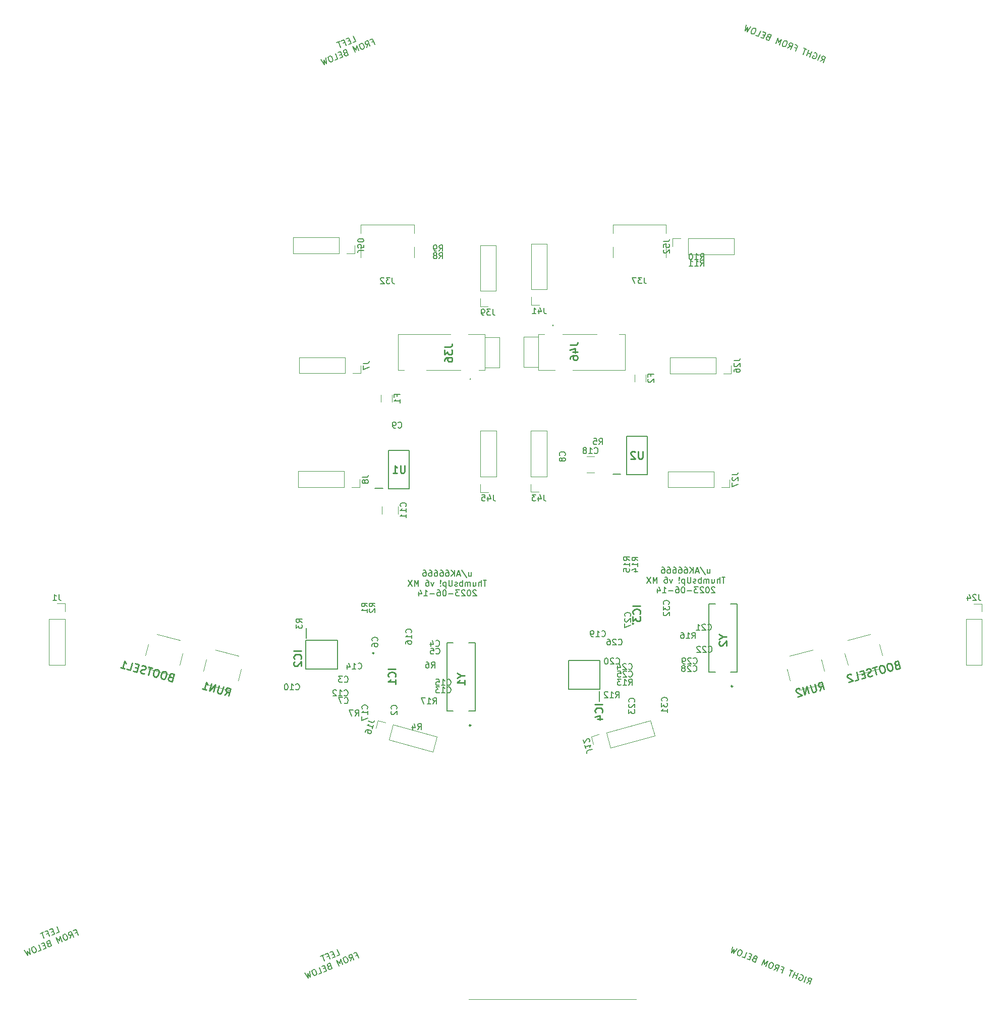
<source format=gbr>
G04 #@! TF.GenerationSoftware,KiCad,Pcbnew,(5.1.4)-1*
G04 #@! TF.CreationDate,2023-06-17T21:44:23-04:00*
G04 #@! TF.ProjectId,ThumbsUp,5468756d-6273-4557-902e-6b696361645f,rev?*
G04 #@! TF.SameCoordinates,Original*
G04 #@! TF.FileFunction,Legend,Bot*
G04 #@! TF.FilePolarity,Positive*
%FSLAX46Y46*%
G04 Gerber Fmt 4.6, Leading zero omitted, Abs format (unit mm)*
G04 Created by KiCad (PCBNEW (5.1.4)-1) date 2023-06-17 21:44:23*
%MOMM*%
%LPD*%
G04 APERTURE LIST*
%ADD10C,0.150000*%
%ADD11C,0.120000*%
%ADD12C,0.200000*%
%ADD13C,0.100000*%
%ADD14C,0.254000*%
G04 APERTURE END LIST*
D10*
X165699047Y-444005714D02*
X165699047Y-444672380D01*
X166127619Y-444005714D02*
X166127619Y-444529523D01*
X166080000Y-444624761D01*
X165984761Y-444672380D01*
X165841904Y-444672380D01*
X165746666Y-444624761D01*
X165699047Y-444577142D01*
X164508571Y-443624761D02*
X165365714Y-444910476D01*
X164222857Y-444386666D02*
X163746666Y-444386666D01*
X164318095Y-444672380D02*
X163984761Y-443672380D01*
X163651428Y-444672380D01*
X163318095Y-444672380D02*
X163318095Y-443672380D01*
X162746666Y-444672380D02*
X163175238Y-444100952D01*
X162746666Y-443672380D02*
X163318095Y-444243809D01*
X161889523Y-443672380D02*
X162080000Y-443672380D01*
X162175238Y-443720000D01*
X162222857Y-443767619D01*
X162318095Y-443910476D01*
X162365714Y-444100952D01*
X162365714Y-444481904D01*
X162318095Y-444577142D01*
X162270476Y-444624761D01*
X162175238Y-444672380D01*
X161984761Y-444672380D01*
X161889523Y-444624761D01*
X161841904Y-444577142D01*
X161794285Y-444481904D01*
X161794285Y-444243809D01*
X161841904Y-444148571D01*
X161889523Y-444100952D01*
X161984761Y-444053333D01*
X162175238Y-444053333D01*
X162270476Y-444100952D01*
X162318095Y-444148571D01*
X162365714Y-444243809D01*
X160937142Y-443672380D02*
X161127619Y-443672380D01*
X161222857Y-443720000D01*
X161270476Y-443767619D01*
X161365714Y-443910476D01*
X161413333Y-444100952D01*
X161413333Y-444481904D01*
X161365714Y-444577142D01*
X161318095Y-444624761D01*
X161222857Y-444672380D01*
X161032380Y-444672380D01*
X160937142Y-444624761D01*
X160889523Y-444577142D01*
X160841904Y-444481904D01*
X160841904Y-444243809D01*
X160889523Y-444148571D01*
X160937142Y-444100952D01*
X161032380Y-444053333D01*
X161222857Y-444053333D01*
X161318095Y-444100952D01*
X161365714Y-444148571D01*
X161413333Y-444243809D01*
X159984761Y-443672380D02*
X160175238Y-443672380D01*
X160270476Y-443720000D01*
X160318095Y-443767619D01*
X160413333Y-443910476D01*
X160460952Y-444100952D01*
X160460952Y-444481904D01*
X160413333Y-444577142D01*
X160365714Y-444624761D01*
X160270476Y-444672380D01*
X160080000Y-444672380D01*
X159984761Y-444624761D01*
X159937142Y-444577142D01*
X159889523Y-444481904D01*
X159889523Y-444243809D01*
X159937142Y-444148571D01*
X159984761Y-444100952D01*
X160080000Y-444053333D01*
X160270476Y-444053333D01*
X160365714Y-444100952D01*
X160413333Y-444148571D01*
X160460952Y-444243809D01*
X159032380Y-443672380D02*
X159222857Y-443672380D01*
X159318095Y-443720000D01*
X159365714Y-443767619D01*
X159460952Y-443910476D01*
X159508571Y-444100952D01*
X159508571Y-444481904D01*
X159460952Y-444577142D01*
X159413333Y-444624761D01*
X159318095Y-444672380D01*
X159127619Y-444672380D01*
X159032380Y-444624761D01*
X158984761Y-444577142D01*
X158937142Y-444481904D01*
X158937142Y-444243809D01*
X158984761Y-444148571D01*
X159032380Y-444100952D01*
X159127619Y-444053333D01*
X159318095Y-444053333D01*
X159413333Y-444100952D01*
X159460952Y-444148571D01*
X159508571Y-444243809D01*
X158080000Y-443672380D02*
X158270476Y-443672380D01*
X158365714Y-443720000D01*
X158413333Y-443767619D01*
X158508571Y-443910476D01*
X158556190Y-444100952D01*
X158556190Y-444481904D01*
X158508571Y-444577142D01*
X158460952Y-444624761D01*
X158365714Y-444672380D01*
X158175238Y-444672380D01*
X158080000Y-444624761D01*
X158032380Y-444577142D01*
X157984761Y-444481904D01*
X157984761Y-444243809D01*
X158032380Y-444148571D01*
X158080000Y-444100952D01*
X158175238Y-444053333D01*
X158365714Y-444053333D01*
X158460952Y-444100952D01*
X158508571Y-444148571D01*
X158556190Y-444243809D01*
X168675238Y-445322380D02*
X168103809Y-445322380D01*
X168389523Y-446322380D02*
X168389523Y-445322380D01*
X167770476Y-446322380D02*
X167770476Y-445322380D01*
X167341904Y-446322380D02*
X167341904Y-445798571D01*
X167389523Y-445703333D01*
X167484761Y-445655714D01*
X167627619Y-445655714D01*
X167722857Y-445703333D01*
X167770476Y-445750952D01*
X166437142Y-445655714D02*
X166437142Y-446322380D01*
X166865714Y-445655714D02*
X166865714Y-446179523D01*
X166818095Y-446274761D01*
X166722857Y-446322380D01*
X166580000Y-446322380D01*
X166484761Y-446274761D01*
X166437142Y-446227142D01*
X165960952Y-446322380D02*
X165960952Y-445655714D01*
X165960952Y-445750952D02*
X165913333Y-445703333D01*
X165818095Y-445655714D01*
X165675238Y-445655714D01*
X165580000Y-445703333D01*
X165532380Y-445798571D01*
X165532380Y-446322380D01*
X165532380Y-445798571D02*
X165484761Y-445703333D01*
X165389523Y-445655714D01*
X165246666Y-445655714D01*
X165151428Y-445703333D01*
X165103809Y-445798571D01*
X165103809Y-446322380D01*
X164627619Y-446322380D02*
X164627619Y-445322380D01*
X164627619Y-445703333D02*
X164532380Y-445655714D01*
X164341904Y-445655714D01*
X164246666Y-445703333D01*
X164199047Y-445750952D01*
X164151428Y-445846190D01*
X164151428Y-446131904D01*
X164199047Y-446227142D01*
X164246666Y-446274761D01*
X164341904Y-446322380D01*
X164532380Y-446322380D01*
X164627619Y-446274761D01*
X163770476Y-446274761D02*
X163675238Y-446322380D01*
X163484761Y-446322380D01*
X163389523Y-446274761D01*
X163341904Y-446179523D01*
X163341904Y-446131904D01*
X163389523Y-446036666D01*
X163484761Y-445989047D01*
X163627619Y-445989047D01*
X163722857Y-445941428D01*
X163770476Y-445846190D01*
X163770476Y-445798571D01*
X163722857Y-445703333D01*
X163627619Y-445655714D01*
X163484761Y-445655714D01*
X163389523Y-445703333D01*
X162913333Y-445322380D02*
X162913333Y-446131904D01*
X162865714Y-446227142D01*
X162818095Y-446274761D01*
X162722857Y-446322380D01*
X162532380Y-446322380D01*
X162437142Y-446274761D01*
X162389523Y-446227142D01*
X162341904Y-446131904D01*
X162341904Y-445322380D01*
X161865714Y-445655714D02*
X161865714Y-446655714D01*
X161865714Y-445703333D02*
X161770476Y-445655714D01*
X161580000Y-445655714D01*
X161484761Y-445703333D01*
X161437142Y-445750952D01*
X161389523Y-445846190D01*
X161389523Y-446131904D01*
X161437142Y-446227142D01*
X161484761Y-446274761D01*
X161580000Y-446322380D01*
X161770476Y-446322380D01*
X161865714Y-446274761D01*
X160960952Y-446227142D02*
X160913333Y-446274761D01*
X160960952Y-446322380D01*
X161008571Y-446274761D01*
X160960952Y-446227142D01*
X160960952Y-446322380D01*
X160960952Y-445941428D02*
X161008571Y-445370000D01*
X160960952Y-445322380D01*
X160913333Y-445370000D01*
X160960952Y-445941428D01*
X160960952Y-445322380D01*
X159818095Y-445655714D02*
X159580000Y-446322380D01*
X159341904Y-445655714D01*
X158532380Y-445322380D02*
X158722857Y-445322380D01*
X158818095Y-445370000D01*
X158865714Y-445417619D01*
X158960952Y-445560476D01*
X159008571Y-445750952D01*
X159008571Y-446131904D01*
X158960952Y-446227142D01*
X158913333Y-446274761D01*
X158818095Y-446322380D01*
X158627619Y-446322380D01*
X158532380Y-446274761D01*
X158484761Y-446227142D01*
X158437142Y-446131904D01*
X158437142Y-445893809D01*
X158484761Y-445798571D01*
X158532380Y-445750952D01*
X158627619Y-445703333D01*
X158818095Y-445703333D01*
X158913333Y-445750952D01*
X158960952Y-445798571D01*
X159008571Y-445893809D01*
X157246666Y-446322380D02*
X157246666Y-445322380D01*
X156913333Y-446036666D01*
X156580000Y-445322380D01*
X156580000Y-446322380D01*
X156199047Y-445322380D02*
X155532380Y-446322380D01*
X155532380Y-445322380D02*
X156199047Y-446322380D01*
X166937142Y-447067619D02*
X166889523Y-447020000D01*
X166794285Y-446972380D01*
X166556190Y-446972380D01*
X166460952Y-447020000D01*
X166413333Y-447067619D01*
X166365714Y-447162857D01*
X166365714Y-447258095D01*
X166413333Y-447400952D01*
X166984761Y-447972380D01*
X166365714Y-447972380D01*
X165746666Y-446972380D02*
X165651428Y-446972380D01*
X165556190Y-447020000D01*
X165508571Y-447067619D01*
X165460952Y-447162857D01*
X165413333Y-447353333D01*
X165413333Y-447591428D01*
X165460952Y-447781904D01*
X165508571Y-447877142D01*
X165556190Y-447924761D01*
X165651428Y-447972380D01*
X165746666Y-447972380D01*
X165841904Y-447924761D01*
X165889523Y-447877142D01*
X165937142Y-447781904D01*
X165984761Y-447591428D01*
X165984761Y-447353333D01*
X165937142Y-447162857D01*
X165889523Y-447067619D01*
X165841904Y-447020000D01*
X165746666Y-446972380D01*
X165032380Y-447067619D02*
X164984761Y-447020000D01*
X164889523Y-446972380D01*
X164651428Y-446972380D01*
X164556190Y-447020000D01*
X164508571Y-447067619D01*
X164460952Y-447162857D01*
X164460952Y-447258095D01*
X164508571Y-447400952D01*
X165080000Y-447972380D01*
X164460952Y-447972380D01*
X164127619Y-446972380D02*
X163508571Y-446972380D01*
X163841904Y-447353333D01*
X163699047Y-447353333D01*
X163603809Y-447400952D01*
X163556190Y-447448571D01*
X163508571Y-447543809D01*
X163508571Y-447781904D01*
X163556190Y-447877142D01*
X163603809Y-447924761D01*
X163699047Y-447972380D01*
X163984761Y-447972380D01*
X164080000Y-447924761D01*
X164127619Y-447877142D01*
X163080000Y-447591428D02*
X162318095Y-447591428D01*
X161651428Y-446972380D02*
X161556190Y-446972380D01*
X161460952Y-447020000D01*
X161413333Y-447067619D01*
X161365714Y-447162857D01*
X161318095Y-447353333D01*
X161318095Y-447591428D01*
X161365714Y-447781904D01*
X161413333Y-447877142D01*
X161460952Y-447924761D01*
X161556190Y-447972380D01*
X161651428Y-447972380D01*
X161746666Y-447924761D01*
X161794285Y-447877142D01*
X161841904Y-447781904D01*
X161889523Y-447591428D01*
X161889523Y-447353333D01*
X161841904Y-447162857D01*
X161794285Y-447067619D01*
X161746666Y-447020000D01*
X161651428Y-446972380D01*
X160460952Y-446972380D02*
X160651428Y-446972380D01*
X160746666Y-447020000D01*
X160794285Y-447067619D01*
X160889523Y-447210476D01*
X160937142Y-447400952D01*
X160937142Y-447781904D01*
X160889523Y-447877142D01*
X160841904Y-447924761D01*
X160746666Y-447972380D01*
X160556190Y-447972380D01*
X160460952Y-447924761D01*
X160413333Y-447877142D01*
X160365714Y-447781904D01*
X160365714Y-447543809D01*
X160413333Y-447448571D01*
X160460952Y-447400952D01*
X160556190Y-447353333D01*
X160746666Y-447353333D01*
X160841904Y-447400952D01*
X160889523Y-447448571D01*
X160937142Y-447543809D01*
X159937142Y-447591428D02*
X159175238Y-447591428D01*
X158175238Y-447972380D02*
X158746666Y-447972380D01*
X158460952Y-447972380D02*
X158460952Y-446972380D01*
X158556190Y-447115238D01*
X158651428Y-447210476D01*
X158746666Y-447258095D01*
X157318095Y-447305714D02*
X157318095Y-447972380D01*
X157556190Y-446924761D02*
X157794285Y-447639047D01*
X157175238Y-447639047D01*
X125659047Y-444515714D02*
X125659047Y-445182380D01*
X126087619Y-444515714D02*
X126087619Y-445039523D01*
X126040000Y-445134761D01*
X125944761Y-445182380D01*
X125801904Y-445182380D01*
X125706666Y-445134761D01*
X125659047Y-445087142D01*
X124468571Y-444134761D02*
X125325714Y-445420476D01*
X124182857Y-444896666D02*
X123706666Y-444896666D01*
X124278095Y-445182380D02*
X123944761Y-444182380D01*
X123611428Y-445182380D01*
X123278095Y-445182380D02*
X123278095Y-444182380D01*
X122706666Y-445182380D02*
X123135238Y-444610952D01*
X122706666Y-444182380D02*
X123278095Y-444753809D01*
X121849523Y-444182380D02*
X122040000Y-444182380D01*
X122135238Y-444230000D01*
X122182857Y-444277619D01*
X122278095Y-444420476D01*
X122325714Y-444610952D01*
X122325714Y-444991904D01*
X122278095Y-445087142D01*
X122230476Y-445134761D01*
X122135238Y-445182380D01*
X121944761Y-445182380D01*
X121849523Y-445134761D01*
X121801904Y-445087142D01*
X121754285Y-444991904D01*
X121754285Y-444753809D01*
X121801904Y-444658571D01*
X121849523Y-444610952D01*
X121944761Y-444563333D01*
X122135238Y-444563333D01*
X122230476Y-444610952D01*
X122278095Y-444658571D01*
X122325714Y-444753809D01*
X120897142Y-444182380D02*
X121087619Y-444182380D01*
X121182857Y-444230000D01*
X121230476Y-444277619D01*
X121325714Y-444420476D01*
X121373333Y-444610952D01*
X121373333Y-444991904D01*
X121325714Y-445087142D01*
X121278095Y-445134761D01*
X121182857Y-445182380D01*
X120992380Y-445182380D01*
X120897142Y-445134761D01*
X120849523Y-445087142D01*
X120801904Y-444991904D01*
X120801904Y-444753809D01*
X120849523Y-444658571D01*
X120897142Y-444610952D01*
X120992380Y-444563333D01*
X121182857Y-444563333D01*
X121278095Y-444610952D01*
X121325714Y-444658571D01*
X121373333Y-444753809D01*
X119944761Y-444182380D02*
X120135238Y-444182380D01*
X120230476Y-444230000D01*
X120278095Y-444277619D01*
X120373333Y-444420476D01*
X120420952Y-444610952D01*
X120420952Y-444991904D01*
X120373333Y-445087142D01*
X120325714Y-445134761D01*
X120230476Y-445182380D01*
X120040000Y-445182380D01*
X119944761Y-445134761D01*
X119897142Y-445087142D01*
X119849523Y-444991904D01*
X119849523Y-444753809D01*
X119897142Y-444658571D01*
X119944761Y-444610952D01*
X120040000Y-444563333D01*
X120230476Y-444563333D01*
X120325714Y-444610952D01*
X120373333Y-444658571D01*
X120420952Y-444753809D01*
X118992380Y-444182380D02*
X119182857Y-444182380D01*
X119278095Y-444230000D01*
X119325714Y-444277619D01*
X119420952Y-444420476D01*
X119468571Y-444610952D01*
X119468571Y-444991904D01*
X119420952Y-445087142D01*
X119373333Y-445134761D01*
X119278095Y-445182380D01*
X119087619Y-445182380D01*
X118992380Y-445134761D01*
X118944761Y-445087142D01*
X118897142Y-444991904D01*
X118897142Y-444753809D01*
X118944761Y-444658571D01*
X118992380Y-444610952D01*
X119087619Y-444563333D01*
X119278095Y-444563333D01*
X119373333Y-444610952D01*
X119420952Y-444658571D01*
X119468571Y-444753809D01*
X118040000Y-444182380D02*
X118230476Y-444182380D01*
X118325714Y-444230000D01*
X118373333Y-444277619D01*
X118468571Y-444420476D01*
X118516190Y-444610952D01*
X118516190Y-444991904D01*
X118468571Y-445087142D01*
X118420952Y-445134761D01*
X118325714Y-445182380D01*
X118135238Y-445182380D01*
X118040000Y-445134761D01*
X117992380Y-445087142D01*
X117944761Y-444991904D01*
X117944761Y-444753809D01*
X117992380Y-444658571D01*
X118040000Y-444610952D01*
X118135238Y-444563333D01*
X118325714Y-444563333D01*
X118420952Y-444610952D01*
X118468571Y-444658571D01*
X118516190Y-444753809D01*
X128635238Y-445832380D02*
X128063809Y-445832380D01*
X128349523Y-446832380D02*
X128349523Y-445832380D01*
X127730476Y-446832380D02*
X127730476Y-445832380D01*
X127301904Y-446832380D02*
X127301904Y-446308571D01*
X127349523Y-446213333D01*
X127444761Y-446165714D01*
X127587619Y-446165714D01*
X127682857Y-446213333D01*
X127730476Y-446260952D01*
X126397142Y-446165714D02*
X126397142Y-446832380D01*
X126825714Y-446165714D02*
X126825714Y-446689523D01*
X126778095Y-446784761D01*
X126682857Y-446832380D01*
X126540000Y-446832380D01*
X126444761Y-446784761D01*
X126397142Y-446737142D01*
X125920952Y-446832380D02*
X125920952Y-446165714D01*
X125920952Y-446260952D02*
X125873333Y-446213333D01*
X125778095Y-446165714D01*
X125635238Y-446165714D01*
X125540000Y-446213333D01*
X125492380Y-446308571D01*
X125492380Y-446832380D01*
X125492380Y-446308571D02*
X125444761Y-446213333D01*
X125349523Y-446165714D01*
X125206666Y-446165714D01*
X125111428Y-446213333D01*
X125063809Y-446308571D01*
X125063809Y-446832380D01*
X124587619Y-446832380D02*
X124587619Y-445832380D01*
X124587619Y-446213333D02*
X124492380Y-446165714D01*
X124301904Y-446165714D01*
X124206666Y-446213333D01*
X124159047Y-446260952D01*
X124111428Y-446356190D01*
X124111428Y-446641904D01*
X124159047Y-446737142D01*
X124206666Y-446784761D01*
X124301904Y-446832380D01*
X124492380Y-446832380D01*
X124587619Y-446784761D01*
X123730476Y-446784761D02*
X123635238Y-446832380D01*
X123444761Y-446832380D01*
X123349523Y-446784761D01*
X123301904Y-446689523D01*
X123301904Y-446641904D01*
X123349523Y-446546666D01*
X123444761Y-446499047D01*
X123587619Y-446499047D01*
X123682857Y-446451428D01*
X123730476Y-446356190D01*
X123730476Y-446308571D01*
X123682857Y-446213333D01*
X123587619Y-446165714D01*
X123444761Y-446165714D01*
X123349523Y-446213333D01*
X122873333Y-445832380D02*
X122873333Y-446641904D01*
X122825714Y-446737142D01*
X122778095Y-446784761D01*
X122682857Y-446832380D01*
X122492380Y-446832380D01*
X122397142Y-446784761D01*
X122349523Y-446737142D01*
X122301904Y-446641904D01*
X122301904Y-445832380D01*
X121825714Y-446165714D02*
X121825714Y-447165714D01*
X121825714Y-446213333D02*
X121730476Y-446165714D01*
X121540000Y-446165714D01*
X121444761Y-446213333D01*
X121397142Y-446260952D01*
X121349523Y-446356190D01*
X121349523Y-446641904D01*
X121397142Y-446737142D01*
X121444761Y-446784761D01*
X121540000Y-446832380D01*
X121730476Y-446832380D01*
X121825714Y-446784761D01*
X120920952Y-446737142D02*
X120873333Y-446784761D01*
X120920952Y-446832380D01*
X120968571Y-446784761D01*
X120920952Y-446737142D01*
X120920952Y-446832380D01*
X120920952Y-446451428D02*
X120968571Y-445880000D01*
X120920952Y-445832380D01*
X120873333Y-445880000D01*
X120920952Y-446451428D01*
X120920952Y-445832380D01*
X119778095Y-446165714D02*
X119540000Y-446832380D01*
X119301904Y-446165714D01*
X118492380Y-445832380D02*
X118682857Y-445832380D01*
X118778095Y-445880000D01*
X118825714Y-445927619D01*
X118920952Y-446070476D01*
X118968571Y-446260952D01*
X118968571Y-446641904D01*
X118920952Y-446737142D01*
X118873333Y-446784761D01*
X118778095Y-446832380D01*
X118587619Y-446832380D01*
X118492380Y-446784761D01*
X118444761Y-446737142D01*
X118397142Y-446641904D01*
X118397142Y-446403809D01*
X118444761Y-446308571D01*
X118492380Y-446260952D01*
X118587619Y-446213333D01*
X118778095Y-446213333D01*
X118873333Y-446260952D01*
X118920952Y-446308571D01*
X118968571Y-446403809D01*
X117206666Y-446832380D02*
X117206666Y-445832380D01*
X116873333Y-446546666D01*
X116540000Y-445832380D01*
X116540000Y-446832380D01*
X116159047Y-445832380D02*
X115492380Y-446832380D01*
X115492380Y-445832380D02*
X116159047Y-446832380D01*
X126897142Y-447577619D02*
X126849523Y-447530000D01*
X126754285Y-447482380D01*
X126516190Y-447482380D01*
X126420952Y-447530000D01*
X126373333Y-447577619D01*
X126325714Y-447672857D01*
X126325714Y-447768095D01*
X126373333Y-447910952D01*
X126944761Y-448482380D01*
X126325714Y-448482380D01*
X125706666Y-447482380D02*
X125611428Y-447482380D01*
X125516190Y-447530000D01*
X125468571Y-447577619D01*
X125420952Y-447672857D01*
X125373333Y-447863333D01*
X125373333Y-448101428D01*
X125420952Y-448291904D01*
X125468571Y-448387142D01*
X125516190Y-448434761D01*
X125611428Y-448482380D01*
X125706666Y-448482380D01*
X125801904Y-448434761D01*
X125849523Y-448387142D01*
X125897142Y-448291904D01*
X125944761Y-448101428D01*
X125944761Y-447863333D01*
X125897142Y-447672857D01*
X125849523Y-447577619D01*
X125801904Y-447530000D01*
X125706666Y-447482380D01*
X124992380Y-447577619D02*
X124944761Y-447530000D01*
X124849523Y-447482380D01*
X124611428Y-447482380D01*
X124516190Y-447530000D01*
X124468571Y-447577619D01*
X124420952Y-447672857D01*
X124420952Y-447768095D01*
X124468571Y-447910952D01*
X125040000Y-448482380D01*
X124420952Y-448482380D01*
X124087619Y-447482380D02*
X123468571Y-447482380D01*
X123801904Y-447863333D01*
X123659047Y-447863333D01*
X123563809Y-447910952D01*
X123516190Y-447958571D01*
X123468571Y-448053809D01*
X123468571Y-448291904D01*
X123516190Y-448387142D01*
X123563809Y-448434761D01*
X123659047Y-448482380D01*
X123944761Y-448482380D01*
X124040000Y-448434761D01*
X124087619Y-448387142D01*
X123040000Y-448101428D02*
X122278095Y-448101428D01*
X121611428Y-447482380D02*
X121516190Y-447482380D01*
X121420952Y-447530000D01*
X121373333Y-447577619D01*
X121325714Y-447672857D01*
X121278095Y-447863333D01*
X121278095Y-448101428D01*
X121325714Y-448291904D01*
X121373333Y-448387142D01*
X121420952Y-448434761D01*
X121516190Y-448482380D01*
X121611428Y-448482380D01*
X121706666Y-448434761D01*
X121754285Y-448387142D01*
X121801904Y-448291904D01*
X121849523Y-448101428D01*
X121849523Y-447863333D01*
X121801904Y-447672857D01*
X121754285Y-447577619D01*
X121706666Y-447530000D01*
X121611428Y-447482380D01*
X120420952Y-447482380D02*
X120611428Y-447482380D01*
X120706666Y-447530000D01*
X120754285Y-447577619D01*
X120849523Y-447720476D01*
X120897142Y-447910952D01*
X120897142Y-448291904D01*
X120849523Y-448387142D01*
X120801904Y-448434761D01*
X120706666Y-448482380D01*
X120516190Y-448482380D01*
X120420952Y-448434761D01*
X120373333Y-448387142D01*
X120325714Y-448291904D01*
X120325714Y-448053809D01*
X120373333Y-447958571D01*
X120420952Y-447910952D01*
X120516190Y-447863333D01*
X120706666Y-447863333D01*
X120801904Y-447910952D01*
X120849523Y-447958571D01*
X120897142Y-448053809D01*
X119897142Y-448101428D02*
X119135238Y-448101428D01*
X118135238Y-448482380D02*
X118706666Y-448482380D01*
X118420952Y-448482380D02*
X118420952Y-447482380D01*
X118516190Y-447625238D01*
X118611428Y-447720476D01*
X118706666Y-447768095D01*
X117278095Y-447815714D02*
X117278095Y-448482380D01*
X117516190Y-447434761D02*
X117754285Y-448149047D01*
X117135238Y-448149047D01*
D11*
X153730000Y-516110000D02*
X125670000Y-516100000D01*
D10*
X182323457Y-513381140D02*
X182810902Y-513064493D01*
X182853276Y-513595201D02*
X183227883Y-512668017D01*
X182874670Y-512525310D01*
X182768528Y-512533785D01*
X182706538Y-512560098D01*
X182626710Y-512630563D01*
X182573195Y-512763018D01*
X182581670Y-512869159D01*
X182607983Y-512931149D01*
X182678448Y-513010978D01*
X183031661Y-513153685D01*
X181926093Y-513220595D02*
X182300699Y-512293411D01*
X181355677Y-511962956D02*
X181461819Y-511954481D01*
X181594273Y-512007996D01*
X181708890Y-512105663D01*
X181761516Y-512229643D01*
X181769991Y-512335785D01*
X181742789Y-512530230D01*
X181689274Y-512662684D01*
X181573769Y-512821452D01*
X181493940Y-512891917D01*
X181369960Y-512944544D01*
X181219667Y-512935180D01*
X181131364Y-512899503D01*
X181016747Y-512801836D01*
X180990434Y-512739846D01*
X181115303Y-512430785D01*
X181291909Y-512502139D01*
X180557393Y-512667604D02*
X180931999Y-511740420D01*
X180753615Y-512181936D02*
X180223796Y-511967875D01*
X180027573Y-512453543D02*
X180402180Y-511526359D01*
X180093119Y-511401490D02*
X179563299Y-511187429D01*
X179453602Y-512221644D02*
X179828209Y-511294460D01*
X178060367Y-511093793D02*
X178369428Y-511218662D01*
X178173206Y-511704330D02*
X178547812Y-510777146D01*
X178106296Y-510598762D01*
X176848657Y-511169178D02*
X177336103Y-510852530D01*
X177378477Y-511383238D02*
X177753083Y-510456055D01*
X177399870Y-510313347D01*
X177293729Y-510321822D01*
X177231739Y-510348135D01*
X177151910Y-510418600D01*
X177098395Y-510551055D01*
X177106870Y-510657197D01*
X177133183Y-510719187D01*
X177203648Y-510799015D01*
X177556861Y-510941722D01*
X176649293Y-510010094D02*
X176472686Y-509938741D01*
X176366545Y-509947216D01*
X176242565Y-509999842D01*
X176127059Y-510158610D01*
X176002191Y-510467671D01*
X175974989Y-510662116D01*
X176027615Y-510786096D01*
X176098080Y-510865925D01*
X176274686Y-510937278D01*
X176380828Y-510928803D01*
X176504808Y-510876177D01*
X176620313Y-510717409D01*
X176745182Y-510408348D01*
X176772384Y-510213903D01*
X176719758Y-510089923D01*
X176649293Y-510010094D01*
X175479957Y-510616187D02*
X175854564Y-509689003D01*
X175277926Y-510226408D01*
X175236441Y-509439265D01*
X174861835Y-510366449D01*
X173601054Y-509292114D02*
X173450761Y-509282750D01*
X173388771Y-509309063D01*
X173308942Y-509379528D01*
X173255427Y-509511983D01*
X173263902Y-509618125D01*
X173290215Y-509680115D01*
X173360680Y-509759943D01*
X173713893Y-509902650D01*
X174088499Y-508975467D01*
X173779438Y-508850598D01*
X173673296Y-508859073D01*
X173611306Y-508885386D01*
X173531478Y-508955851D01*
X173495801Y-509044154D01*
X173504276Y-509150295D01*
X173530589Y-509212285D01*
X173601054Y-509292114D01*
X173910115Y-509416983D01*
X172982931Y-509042376D02*
X172673870Y-508917507D01*
X172345193Y-509349660D02*
X172786709Y-509528044D01*
X173161315Y-508600860D01*
X172719799Y-508422476D01*
X171506312Y-509010730D02*
X171947828Y-509189114D01*
X172322435Y-508261930D01*
X171395251Y-507887324D02*
X171218645Y-507815970D01*
X171112503Y-507824445D01*
X170988523Y-507877071D01*
X170873018Y-508035839D01*
X170748149Y-508344901D01*
X170720947Y-508539345D01*
X170773573Y-508663325D01*
X170844038Y-508743154D01*
X171020644Y-508814508D01*
X171126786Y-508806033D01*
X171250766Y-508753406D01*
X171366271Y-508594638D01*
X171491140Y-508285577D01*
X171518342Y-508091132D01*
X171465716Y-507967152D01*
X171395251Y-507887324D01*
X170688825Y-507601909D02*
X170093461Y-508439901D01*
X170184430Y-507706273D01*
X169740248Y-508297194D01*
X169894096Y-507280818D01*
X103496660Y-508855037D02*
X103938176Y-508676653D01*
X103563569Y-507749469D01*
X102991376Y-508494238D02*
X102682314Y-508619107D01*
X102746082Y-509158290D02*
X103187598Y-508979906D01*
X102812992Y-508052722D01*
X102371476Y-508231106D01*
X101843434Y-508958037D02*
X102152495Y-508833168D01*
X102348718Y-509318836D02*
X101974111Y-508391652D01*
X101532595Y-508570036D01*
X101311837Y-508659228D02*
X100782017Y-508873289D01*
X101421534Y-509693443D02*
X101046927Y-508766259D01*
X106655938Y-508793241D02*
X106964999Y-508668372D01*
X107161222Y-509154040D02*
X106786615Y-508226856D01*
X106345099Y-508405240D01*
X105836673Y-509689192D02*
X105967351Y-509122807D01*
X106366493Y-509475131D02*
X105991886Y-508547948D01*
X105638673Y-508690655D01*
X105568208Y-508770483D01*
X105541895Y-508832473D01*
X105533420Y-508938615D01*
X105586936Y-509071070D01*
X105666764Y-509141535D01*
X105728754Y-509167848D01*
X105834896Y-509176323D01*
X106188109Y-509033615D01*
X104888096Y-508993908D02*
X104711489Y-509065262D01*
X104641025Y-509145090D01*
X104588398Y-509269070D01*
X104615600Y-509463515D01*
X104740469Y-509772576D01*
X104855974Y-509931344D01*
X104979954Y-509983971D01*
X105086096Y-509992445D01*
X105262702Y-509921092D01*
X105333167Y-509841263D01*
X105385794Y-509717283D01*
X105358592Y-509522838D01*
X105233723Y-509213777D01*
X105118218Y-509055009D01*
X104994237Y-509002383D01*
X104888096Y-508993908D01*
X104467973Y-510242183D02*
X104093367Y-509314999D01*
X104051882Y-510102142D01*
X103475244Y-509564737D01*
X103849851Y-510491921D01*
X102196625Y-510594921D02*
X102082009Y-510692587D01*
X102055696Y-510754577D01*
X102047221Y-510860719D01*
X102100736Y-510993174D01*
X102180564Y-511063639D01*
X102242554Y-511089952D01*
X102348696Y-511098427D01*
X102701909Y-510955719D01*
X102327302Y-510028536D01*
X102018241Y-510153404D01*
X101947776Y-510233233D01*
X101921463Y-510295223D01*
X101912988Y-510401365D01*
X101948665Y-510489668D01*
X102028493Y-510560133D01*
X102090484Y-510586446D01*
X102196625Y-510594921D01*
X102505686Y-510470052D01*
X101578503Y-510844658D02*
X101269441Y-510969527D01*
X101333209Y-511508710D02*
X101774725Y-511330326D01*
X101400118Y-510403142D01*
X100958602Y-510581526D01*
X100494328Y-511847640D02*
X100935844Y-511669256D01*
X100561238Y-510742072D01*
X99634054Y-511116679D02*
X99457448Y-511188032D01*
X99386983Y-511267861D01*
X99334356Y-511391841D01*
X99361558Y-511586286D01*
X99486427Y-511895347D01*
X99601932Y-512054115D01*
X99725913Y-512106741D01*
X99832054Y-512115216D01*
X100008661Y-512043862D01*
X100079125Y-511964034D01*
X100131752Y-511840054D01*
X100104550Y-511645609D01*
X99979681Y-511336548D01*
X99864176Y-511177780D01*
X99740196Y-511125153D01*
X99634054Y-511116679D01*
X98927628Y-511402093D02*
X99081477Y-512418469D01*
X98637294Y-511827548D01*
X98728264Y-512561176D01*
X98132899Y-511723184D01*
X184629295Y-358825026D02*
X185116740Y-358508379D01*
X185159114Y-359039087D02*
X185533721Y-358111903D01*
X185180508Y-357969196D01*
X185074366Y-357977671D01*
X185012376Y-358003984D01*
X184932548Y-358074449D01*
X184879033Y-358206904D01*
X184887508Y-358313045D01*
X184913821Y-358375035D01*
X184984286Y-358454864D01*
X185337499Y-358597571D01*
X184231931Y-358664481D02*
X184606537Y-357737297D01*
X183661515Y-357406842D02*
X183767657Y-357398367D01*
X183900111Y-357451882D01*
X184014728Y-357549549D01*
X184067354Y-357673529D01*
X184075829Y-357779671D01*
X184048627Y-357974116D01*
X183995112Y-358106570D01*
X183879607Y-358265338D01*
X183799778Y-358335803D01*
X183675798Y-358388430D01*
X183525505Y-358379066D01*
X183437202Y-358343389D01*
X183322585Y-358245722D01*
X183296272Y-358183732D01*
X183421141Y-357874671D01*
X183597747Y-357946025D01*
X182863231Y-358111490D02*
X183237837Y-357184306D01*
X183059453Y-357625822D02*
X182529634Y-357411761D01*
X182333411Y-357897429D02*
X182708018Y-356970245D01*
X182398957Y-356845376D02*
X181869137Y-356631315D01*
X181759440Y-357665530D02*
X182134047Y-356738346D01*
X180366205Y-356537679D02*
X180675266Y-356662548D01*
X180479044Y-357148216D02*
X180853650Y-356221032D01*
X180412134Y-356042648D01*
X179154495Y-356613064D02*
X179641941Y-356296416D01*
X179684315Y-356827124D02*
X180058921Y-355899941D01*
X179705708Y-355757233D01*
X179599567Y-355765708D01*
X179537577Y-355792021D01*
X179457748Y-355862486D01*
X179404233Y-355994941D01*
X179412708Y-356101083D01*
X179439021Y-356163073D01*
X179509486Y-356242901D01*
X179862699Y-356385608D01*
X178955131Y-355453980D02*
X178778524Y-355382627D01*
X178672383Y-355391102D01*
X178548403Y-355443728D01*
X178432897Y-355602496D01*
X178308029Y-355911557D01*
X178280827Y-356106002D01*
X178333453Y-356229982D01*
X178403918Y-356309811D01*
X178580524Y-356381164D01*
X178686666Y-356372689D01*
X178810646Y-356320063D01*
X178926151Y-356161295D01*
X179051020Y-355852234D01*
X179078222Y-355657789D01*
X179025596Y-355533809D01*
X178955131Y-355453980D01*
X177785795Y-356060073D02*
X178160402Y-355132889D01*
X177583764Y-355670294D01*
X177542279Y-354883151D01*
X177167673Y-355810335D01*
X175906892Y-354736000D02*
X175756599Y-354726636D01*
X175694609Y-354752949D01*
X175614780Y-354823414D01*
X175561265Y-354955869D01*
X175569740Y-355062011D01*
X175596053Y-355124001D01*
X175666518Y-355203829D01*
X176019731Y-355346536D01*
X176394337Y-354419353D01*
X176085276Y-354294484D01*
X175979134Y-354302959D01*
X175917144Y-354329272D01*
X175837316Y-354399737D01*
X175801639Y-354488040D01*
X175810114Y-354594181D01*
X175836427Y-354656171D01*
X175906892Y-354736000D01*
X176215953Y-354860869D01*
X175288769Y-354486262D02*
X174979708Y-354361393D01*
X174651031Y-354793546D02*
X175092547Y-354971930D01*
X175467153Y-354044746D01*
X175025637Y-353866362D01*
X173812150Y-354454616D02*
X174253666Y-354633000D01*
X174628273Y-353705816D01*
X173701089Y-353331210D02*
X173524483Y-353259856D01*
X173418341Y-353268331D01*
X173294361Y-353320957D01*
X173178856Y-353479725D01*
X173053987Y-353788787D01*
X173026785Y-353983231D01*
X173079411Y-354107211D01*
X173149876Y-354187040D01*
X173326482Y-354258394D01*
X173432624Y-354249919D01*
X173556604Y-354197292D01*
X173672109Y-354038524D01*
X173796978Y-353729463D01*
X173824180Y-353535018D01*
X173771554Y-353411038D01*
X173701089Y-353331210D01*
X172994663Y-353045795D02*
X172399299Y-353883787D01*
X172490268Y-353150159D01*
X172046086Y-353741080D01*
X172199934Y-352724704D01*
X106206513Y-355673139D02*
X106648029Y-355494755D01*
X106273422Y-354567571D01*
X105701229Y-355312340D02*
X105392167Y-355437209D01*
X105455935Y-355976392D02*
X105897451Y-355798008D01*
X105522845Y-354870824D01*
X105081329Y-355049208D01*
X104553287Y-355776139D02*
X104862348Y-355651270D01*
X105058571Y-356136938D02*
X104683964Y-355209754D01*
X104242448Y-355388138D01*
X104021690Y-355477330D02*
X103491870Y-355691391D01*
X104131387Y-356511545D02*
X103756780Y-355584361D01*
X109365791Y-355611343D02*
X109674852Y-355486474D01*
X109871075Y-355972142D02*
X109496468Y-355044958D01*
X109054952Y-355223342D01*
X108546526Y-356507294D02*
X108677204Y-355940909D01*
X109076346Y-356293233D02*
X108701739Y-355366050D01*
X108348526Y-355508757D01*
X108278061Y-355588585D01*
X108251748Y-355650575D01*
X108243273Y-355756717D01*
X108296789Y-355889172D01*
X108376617Y-355959637D01*
X108438607Y-355985950D01*
X108544749Y-355994425D01*
X108897962Y-355851717D01*
X107597949Y-355812010D02*
X107421342Y-355883364D01*
X107350878Y-355963192D01*
X107298251Y-356087172D01*
X107325453Y-356281617D01*
X107450322Y-356590678D01*
X107565827Y-356749446D01*
X107689807Y-356802073D01*
X107795949Y-356810547D01*
X107972555Y-356739194D01*
X108043020Y-356659365D01*
X108095647Y-356535385D01*
X108068445Y-356340940D01*
X107943576Y-356031879D01*
X107828071Y-355873111D01*
X107704090Y-355820485D01*
X107597949Y-355812010D01*
X107177826Y-357060285D02*
X106803220Y-356133101D01*
X106761735Y-356920244D01*
X106185097Y-356382839D01*
X106559704Y-357310023D01*
X104906478Y-357413023D02*
X104791862Y-357510689D01*
X104765549Y-357572679D01*
X104757074Y-357678821D01*
X104810589Y-357811276D01*
X104890417Y-357881741D01*
X104952407Y-357908054D01*
X105058549Y-357916529D01*
X105411762Y-357773821D01*
X105037155Y-356846638D01*
X104728094Y-356971506D01*
X104657629Y-357051335D01*
X104631316Y-357113325D01*
X104622841Y-357219467D01*
X104658518Y-357307770D01*
X104738346Y-357378235D01*
X104800337Y-357404548D01*
X104906478Y-357413023D01*
X105215539Y-357288154D01*
X104288356Y-357662760D02*
X103979294Y-357787629D01*
X104043062Y-358326812D02*
X104484578Y-358148428D01*
X104109971Y-357221244D01*
X103668455Y-357399628D01*
X103204181Y-358665742D02*
X103645697Y-358487358D01*
X103271091Y-357560174D01*
X102343907Y-357934781D02*
X102167301Y-358006134D01*
X102096836Y-358085963D01*
X102044209Y-358209943D01*
X102071411Y-358404388D01*
X102196280Y-358713449D01*
X102311785Y-358872217D01*
X102435766Y-358924843D01*
X102541907Y-358933318D01*
X102718514Y-358861964D01*
X102788978Y-358782136D01*
X102841605Y-358658156D01*
X102814403Y-358463711D01*
X102689534Y-358154650D01*
X102574029Y-357995882D01*
X102450049Y-357943255D01*
X102343907Y-357934781D01*
X101637481Y-358220195D02*
X101791330Y-359236571D01*
X101347147Y-358645650D01*
X101438117Y-359379278D01*
X100842752Y-358541286D01*
X56436513Y-505053139D02*
X56878029Y-504874755D01*
X56503422Y-503947571D01*
X55931229Y-504692340D02*
X55622167Y-504817209D01*
X55685935Y-505356392D02*
X56127451Y-505178008D01*
X55752845Y-504250824D01*
X55311329Y-504429208D01*
X54783287Y-505156139D02*
X55092348Y-505031270D01*
X55288571Y-505516938D02*
X54913964Y-504589754D01*
X54472448Y-504768138D01*
X54251690Y-504857330D02*
X53721870Y-505071391D01*
X54361387Y-505891545D02*
X53986780Y-504964361D01*
X59595791Y-504991343D02*
X59904852Y-504866474D01*
X60101075Y-505352142D02*
X59726468Y-504424958D01*
X59284952Y-504603342D01*
X58776526Y-505887294D02*
X58907204Y-505320909D01*
X59306346Y-505673233D02*
X58931739Y-504746050D01*
X58578526Y-504888757D01*
X58508061Y-504968585D01*
X58481748Y-505030575D01*
X58473273Y-505136717D01*
X58526789Y-505269172D01*
X58606617Y-505339637D01*
X58668607Y-505365950D01*
X58774749Y-505374425D01*
X59127962Y-505231717D01*
X57827949Y-505192010D02*
X57651342Y-505263364D01*
X57580878Y-505343192D01*
X57528251Y-505467172D01*
X57555453Y-505661617D01*
X57680322Y-505970678D01*
X57795827Y-506129446D01*
X57919807Y-506182073D01*
X58025949Y-506190547D01*
X58202555Y-506119194D01*
X58273020Y-506039365D01*
X58325647Y-505915385D01*
X58298445Y-505720940D01*
X58173576Y-505411879D01*
X58058071Y-505253111D01*
X57934090Y-505200485D01*
X57827949Y-505192010D01*
X57407826Y-506440285D02*
X57033220Y-505513101D01*
X56991735Y-506300244D01*
X56415097Y-505762839D01*
X56789704Y-506690023D01*
X55136478Y-506793023D02*
X55021862Y-506890689D01*
X54995549Y-506952679D01*
X54987074Y-507058821D01*
X55040589Y-507191276D01*
X55120417Y-507261741D01*
X55182407Y-507288054D01*
X55288549Y-507296529D01*
X55641762Y-507153821D01*
X55267155Y-506226638D01*
X54958094Y-506351506D01*
X54887629Y-506431335D01*
X54861316Y-506493325D01*
X54852841Y-506599467D01*
X54888518Y-506687770D01*
X54968346Y-506758235D01*
X55030337Y-506784548D01*
X55136478Y-506793023D01*
X55445539Y-506668154D01*
X54518356Y-507042760D02*
X54209294Y-507167629D01*
X54273062Y-507706812D02*
X54714578Y-507528428D01*
X54339971Y-506601244D01*
X53898455Y-506779628D01*
X53434181Y-508045742D02*
X53875697Y-507867358D01*
X53501091Y-506940174D01*
X52573907Y-507314781D02*
X52397301Y-507386134D01*
X52326836Y-507465963D01*
X52274209Y-507589943D01*
X52301411Y-507784388D01*
X52426280Y-508093449D01*
X52541785Y-508252217D01*
X52665766Y-508304843D01*
X52771907Y-508313318D01*
X52948514Y-508241964D01*
X53018978Y-508162136D01*
X53071605Y-508038156D01*
X53044403Y-507843711D01*
X52919534Y-507534650D01*
X52804029Y-507375882D01*
X52680049Y-507323255D01*
X52573907Y-507314781D01*
X51867481Y-507600195D02*
X52021330Y-508616571D01*
X51577147Y-508025650D01*
X51668117Y-508759278D01*
X51072752Y-507921286D01*
D11*
X149805000Y-391720000D02*
X149805000Y-389920000D01*
X149805000Y-386210000D02*
X149805000Y-387670000D01*
X158745000Y-386210000D02*
X158745000Y-387670000D01*
X158745000Y-391720000D02*
X158745000Y-389920000D01*
X158745000Y-386210000D02*
X149805000Y-386210000D01*
D12*
X109920000Y-430405000D02*
X111220000Y-430405000D01*
X112168000Y-424038000D02*
X112168000Y-430542000D01*
X115672000Y-424038000D02*
X112168000Y-424038000D01*
X115672000Y-430542000D02*
X115672000Y-424038000D01*
X112168000Y-430542000D02*
X115672000Y-430542000D01*
X149850000Y-428040000D02*
X151150000Y-428040000D01*
X152098000Y-421673000D02*
X152098000Y-428177000D01*
X155602000Y-421673000D02*
X152098000Y-421673000D01*
X155602000Y-428177000D02*
X155602000Y-421673000D01*
X152098000Y-428177000D02*
X155602000Y-428177000D01*
D11*
X146682064Y-427790000D02*
X145477936Y-427790000D01*
X146682064Y-425070000D02*
X145477936Y-425070000D01*
X111060000Y-434712064D02*
X111060000Y-433507936D01*
X113780000Y-434712064D02*
X113780000Y-433507936D01*
D13*
X185356922Y-461083959D02*
X184835913Y-459153014D01*
X179564087Y-462646986D02*
X179043078Y-460716041D01*
X181050568Y-464317427D02*
X184912459Y-463275409D01*
X179487541Y-458524591D02*
X183349432Y-457482573D01*
X86910920Y-462646986D02*
X87431929Y-460716041D01*
X81118085Y-461083959D02*
X81639094Y-459153014D01*
X81562548Y-463275409D02*
X85424439Y-464317427D01*
X83125575Y-457482573D02*
X86987466Y-458524591D01*
X195056922Y-458483959D02*
X194535913Y-456553014D01*
X189264087Y-460046986D02*
X188743078Y-458116041D01*
X190750568Y-461717427D02*
X194612459Y-460675409D01*
X189187541Y-455924591D02*
X193049432Y-454882573D01*
X77133175Y-460046986D02*
X77654184Y-458116041D01*
X71340340Y-458483959D02*
X71861349Y-456553014D01*
X71784803Y-460675409D02*
X75646694Y-461717427D01*
X73347830Y-454882573D02*
X77209721Y-455924591D01*
D11*
X159880000Y-388530000D02*
X159880000Y-389860000D01*
X161210000Y-388530000D02*
X159880000Y-388530000D01*
X162480000Y-388530000D02*
X162480000Y-391190000D01*
X162480000Y-391190000D02*
X170160000Y-391190000D01*
X162480000Y-388530000D02*
X170160000Y-388530000D01*
X170160000Y-388530000D02*
X170160000Y-391190000D01*
X106460000Y-391050000D02*
X106460000Y-389720000D01*
X105130000Y-391050000D02*
X106460000Y-391050000D01*
X103860000Y-391050000D02*
X103860000Y-388390000D01*
X103860000Y-388390000D02*
X96180000Y-388390000D01*
X103860000Y-391050000D02*
X96180000Y-391050000D01*
X96180000Y-391050000D02*
X96180000Y-388390000D01*
X153530000Y-412572064D02*
X153530000Y-411367936D01*
X155350000Y-412572064D02*
X155350000Y-411367936D01*
X107510000Y-391735000D02*
X107510000Y-389935000D01*
X107510000Y-386225000D02*
X107510000Y-387685000D01*
X116450000Y-386225000D02*
X116450000Y-387685000D01*
X116450000Y-391735000D02*
X116450000Y-389935000D01*
X116450000Y-386225000D02*
X107510000Y-386225000D01*
D12*
X139750000Y-403150000D02*
G75*
G03X139750000Y-403050000I0J50000D01*
G01*
X139750000Y-403050000D02*
G75*
G03X139750000Y-403150000I0J-50000D01*
G01*
X139750000Y-403150000D02*
G75*
G03X139750000Y-403050000I0J50000D01*
G01*
X139750000Y-403050000D02*
X139750000Y-403050000D01*
X139750000Y-403150000D02*
X139750000Y-403150000D01*
X139750000Y-403050000D02*
X139750000Y-403050000D01*
D13*
X141350000Y-404575000D02*
X147100000Y-404575000D01*
X141350000Y-404575000D02*
X141350000Y-404575000D01*
X147100000Y-404575000D02*
X141350000Y-404575000D01*
X147100000Y-404575000D02*
X147100000Y-404575000D01*
X150850000Y-404575000D02*
X151850000Y-404575000D01*
X150850000Y-404575000D02*
X150850000Y-404575000D01*
X151850000Y-404575000D02*
X150850000Y-404575000D01*
X151850000Y-404575000D02*
X151850000Y-404575000D01*
X151850000Y-410575000D02*
X151850000Y-410575000D01*
X151850000Y-404575000D02*
X151850000Y-410575000D01*
X151850000Y-404575000D02*
X151850000Y-404575000D01*
X151850000Y-410575000D02*
X151850000Y-404575000D01*
X151850000Y-410575000D02*
X143100000Y-410575000D01*
X151850000Y-410575000D02*
X151850000Y-410575000D01*
X143100000Y-410575000D02*
X151850000Y-410575000D01*
X143100000Y-410575000D02*
X143100000Y-410575000D01*
X140100000Y-410575000D02*
X137350000Y-410575000D01*
X140100000Y-410575000D02*
X140100000Y-410575000D01*
X137350000Y-410575000D02*
X140100000Y-410575000D01*
X137350000Y-410575000D02*
X137350000Y-410575000D01*
X137350000Y-410100000D02*
X137350000Y-410100000D01*
X137350000Y-410575000D02*
X137350000Y-410100000D01*
X137350000Y-410575000D02*
X137350000Y-410575000D01*
X137350000Y-410100000D02*
X137350000Y-410575000D01*
X134850000Y-405050000D02*
X137350000Y-405050000D01*
X134850000Y-410075000D02*
X134850000Y-405050000D01*
X137350000Y-410075000D02*
X134850000Y-410075000D01*
X137350000Y-405050000D02*
X137350000Y-410075000D01*
X137350000Y-404575000D02*
X137350000Y-404575000D01*
X137350000Y-405050000D02*
X137350000Y-404575000D01*
X137350000Y-405050000D02*
X137350000Y-405050000D01*
X137350000Y-404575000D02*
X137350000Y-405050000D01*
X137350000Y-404575000D02*
X138350000Y-404575000D01*
X137350000Y-404575000D02*
X137350000Y-404575000D01*
X138350000Y-404575000D02*
X137350000Y-404575000D01*
X138350000Y-404575000D02*
X138350000Y-404575000D01*
D12*
X125900000Y-412050000D02*
G75*
G03X125900000Y-412150000I0J-50000D01*
G01*
X125900000Y-412150000D02*
G75*
G03X125900000Y-412050000I0J50000D01*
G01*
X125900000Y-412050000D02*
G75*
G03X125900000Y-412150000I0J-50000D01*
G01*
X125900000Y-412150000D02*
X125900000Y-412150000D01*
X125900000Y-412050000D02*
X125900000Y-412050000D01*
X125900000Y-412150000D02*
X125900000Y-412150000D01*
D13*
X124300000Y-410625000D02*
X118550000Y-410625000D01*
X124300000Y-410625000D02*
X124300000Y-410625000D01*
X118550000Y-410625000D02*
X124300000Y-410625000D01*
X118550000Y-410625000D02*
X118550000Y-410625000D01*
X114800000Y-410625000D02*
X113800000Y-410625000D01*
X114800000Y-410625000D02*
X114800000Y-410625000D01*
X113800000Y-410625000D02*
X114800000Y-410625000D01*
X113800000Y-410625000D02*
X113800000Y-410625000D01*
X113800000Y-404625000D02*
X113800000Y-404625000D01*
X113800000Y-410625000D02*
X113800000Y-404625000D01*
X113800000Y-410625000D02*
X113800000Y-410625000D01*
X113800000Y-404625000D02*
X113800000Y-410625000D01*
X113800000Y-404625000D02*
X122550000Y-404625000D01*
X113800000Y-404625000D02*
X113800000Y-404625000D01*
X122550000Y-404625000D02*
X113800000Y-404625000D01*
X122550000Y-404625000D02*
X122550000Y-404625000D01*
X125550000Y-404625000D02*
X128300000Y-404625000D01*
X125550000Y-404625000D02*
X125550000Y-404625000D01*
X128300000Y-404625000D02*
X125550000Y-404625000D01*
X128300000Y-404625000D02*
X128300000Y-404625000D01*
X128300000Y-405100000D02*
X128300000Y-405100000D01*
X128300000Y-404625000D02*
X128300000Y-405100000D01*
X128300000Y-404625000D02*
X128300000Y-404625000D01*
X128300000Y-405100000D02*
X128300000Y-404625000D01*
X130800000Y-410150000D02*
X128300000Y-410150000D01*
X130800000Y-405125000D02*
X130800000Y-410150000D01*
X128300000Y-405125000D02*
X130800000Y-405125000D01*
X128300000Y-410150000D02*
X128300000Y-405125000D01*
X128300000Y-410625000D02*
X128300000Y-410625000D01*
X128300000Y-410150000D02*
X128300000Y-410625000D01*
X128300000Y-410150000D02*
X128300000Y-410150000D01*
X128300000Y-410625000D02*
X128300000Y-410150000D01*
X128300000Y-410625000D02*
X127300000Y-410625000D01*
X128300000Y-410625000D02*
X128300000Y-410625000D01*
X127300000Y-410625000D02*
X128300000Y-410625000D01*
X127300000Y-410625000D02*
X127300000Y-410625000D01*
D11*
X136082019Y-431060280D02*
X137412019Y-431060280D01*
X136082019Y-429730280D02*
X136082019Y-431060280D01*
X136082019Y-428460280D02*
X138742019Y-428460280D01*
X138742019Y-428460280D02*
X138742019Y-420780280D01*
X136082019Y-428460280D02*
X136082019Y-420780280D01*
X136082019Y-420780280D02*
X138742019Y-420780280D01*
X136128726Y-399710794D02*
X137458726Y-399710794D01*
X136128726Y-398380794D02*
X136128726Y-399710794D01*
X136128726Y-397110794D02*
X138788726Y-397110794D01*
X138788726Y-397110794D02*
X138788726Y-389430794D01*
X136128726Y-397110794D02*
X136128726Y-389430794D01*
X136128726Y-389430794D02*
X138788726Y-389430794D01*
X127546095Y-399948305D02*
X128876095Y-399948305D01*
X127546095Y-398618305D02*
X127546095Y-399948305D01*
X127546095Y-397348305D02*
X130206095Y-397348305D01*
X130206095Y-397348305D02*
X130206095Y-389668305D01*
X127546095Y-397348305D02*
X127546095Y-389668305D01*
X127546095Y-389668305D02*
X130206095Y-389668305D01*
X127610599Y-431074893D02*
X128940599Y-431074893D01*
X127610599Y-429744893D02*
X127610599Y-431074893D01*
X127610599Y-428474893D02*
X130270599Y-428474893D01*
X130270599Y-428474893D02*
X130270599Y-420794893D01*
X127610599Y-428474893D02*
X127610599Y-420794893D01*
X127610599Y-420794893D02*
X130270599Y-420794893D01*
X211742025Y-449780322D02*
X210412025Y-449780322D01*
X211742025Y-451110322D02*
X211742025Y-449780322D01*
X211742025Y-452380322D02*
X209082025Y-452380322D01*
X209082025Y-452380322D02*
X209082025Y-460060322D01*
X211742025Y-452380322D02*
X211742025Y-460060322D01*
X211742025Y-460060322D02*
X209082025Y-460060322D01*
X57862789Y-449762952D02*
X56532789Y-449762952D01*
X57862789Y-451092952D02*
X57862789Y-449762952D01*
X57862789Y-452362952D02*
X55202789Y-452362952D01*
X55202789Y-452362952D02*
X55202789Y-460042952D01*
X57862789Y-452362952D02*
X57862789Y-460042952D01*
X57862789Y-460042952D02*
X55202789Y-460042952D01*
X107326974Y-430250972D02*
X107326974Y-428920972D01*
X105996974Y-430250972D02*
X107326974Y-430250972D01*
X104726974Y-430250972D02*
X104726974Y-427590972D01*
X104726974Y-427590972D02*
X97046974Y-427590972D01*
X104726974Y-430250972D02*
X97046974Y-430250972D01*
X97046974Y-430250972D02*
X97046974Y-427590972D01*
X169386722Y-430287847D02*
X169386722Y-428957847D01*
X168056722Y-430287847D02*
X169386722Y-430287847D01*
X166786722Y-430287847D02*
X166786722Y-427627847D01*
X166786722Y-427627847D02*
X159106722Y-427627847D01*
X166786722Y-430287847D02*
X159106722Y-430287847D01*
X159106722Y-430287847D02*
X159106722Y-427627847D01*
X107484161Y-411165202D02*
X107484161Y-409835202D01*
X106154161Y-411165202D02*
X107484161Y-411165202D01*
X104884161Y-411165202D02*
X104884161Y-408505202D01*
X104884161Y-408505202D02*
X97204161Y-408505202D01*
X104884161Y-411165202D02*
X97204161Y-411165202D01*
X97204161Y-411165202D02*
X97204161Y-408505202D01*
X169689012Y-411172011D02*
X169689012Y-409842011D01*
X168359012Y-411172011D02*
X169689012Y-411172011D01*
X167089012Y-411172011D02*
X167089012Y-408512011D01*
X167089012Y-408512011D02*
X159409012Y-408512011D01*
X167089012Y-411172011D02*
X159409012Y-411172011D01*
X159409012Y-411172011D02*
X159409012Y-408512011D01*
X146222759Y-472042071D02*
X146566989Y-473326752D01*
X147507441Y-471697842D02*
X146222759Y-472042071D01*
X148734166Y-471369141D02*
X149422625Y-473938504D01*
X149422625Y-473938504D02*
X156840935Y-471950774D01*
X148734166Y-471369141D02*
X156152477Y-469381411D01*
X156152477Y-469381411D02*
X156840935Y-471950774D01*
X110392338Y-469384041D02*
X110048109Y-470668723D01*
X111677019Y-469728271D02*
X110392338Y-469384041D01*
X112903745Y-470056971D02*
X112215286Y-472626334D01*
X112215286Y-472626334D02*
X119633597Y-474614064D01*
X112903745Y-470056971D02*
X120322055Y-472044701D01*
X120322055Y-472044701D02*
X119633597Y-474614064D01*
D14*
X169935880Y-463630000D02*
G75*
G03X169935880Y-463630000I-125880J0D01*
G01*
D12*
X170700000Y-449825000D02*
X169600000Y-449825000D01*
X165900000Y-449825000D02*
X167000000Y-449825000D01*
X165900000Y-461225000D02*
X167000000Y-461225000D01*
X170700000Y-461225000D02*
X169600000Y-461225000D01*
X165900000Y-461225000D02*
X165900000Y-449825000D01*
X170700000Y-461225000D02*
X170700000Y-449825000D01*
X147580000Y-466125000D02*
X147580000Y-464475000D01*
X142360000Y-464125000D02*
X147640000Y-464125000D01*
X142360000Y-459275000D02*
X142360000Y-464125000D01*
X147640000Y-459275000D02*
X142360000Y-459275000D01*
X147640000Y-464125000D02*
X147640000Y-459275000D01*
D14*
X153300000Y-453125000D02*
G75*
G03X153300000Y-453125000I-100000J0D01*
G01*
X125985880Y-470180000D02*
G75*
G03X125985880Y-470180000I-125880J0D01*
G01*
D12*
X126750000Y-456375000D02*
X125650000Y-456375000D01*
X121950000Y-456375000D02*
X123050000Y-456375000D01*
X121950000Y-467775000D02*
X123050000Y-467775000D01*
X126750000Y-467775000D02*
X125650000Y-467775000D01*
X121950000Y-467775000D02*
X121950000Y-456375000D01*
X126750000Y-467775000D02*
X126750000Y-456375000D01*
X98370000Y-453885000D02*
X98370000Y-455535000D01*
X103590000Y-455885000D02*
X98310000Y-455885000D01*
X103590000Y-460735000D02*
X103590000Y-455885000D01*
X98310000Y-460735000D02*
X103590000Y-460735000D01*
X98310000Y-455885000D02*
X98310000Y-460735000D01*
D14*
X109700000Y-458075000D02*
G75*
G03X109700000Y-458075000I-100000J0D01*
G01*
D11*
X110910000Y-415972064D02*
X110910000Y-414767936D01*
X112730000Y-415972064D02*
X112730000Y-414767936D01*
D10*
X155084523Y-395082380D02*
X155084523Y-395796666D01*
X155132142Y-395939523D01*
X155227380Y-396034761D01*
X155370238Y-396082380D01*
X155465476Y-396082380D01*
X154703571Y-395082380D02*
X154084523Y-395082380D01*
X154417857Y-395463333D01*
X154275000Y-395463333D01*
X154179761Y-395510952D01*
X154132142Y-395558571D01*
X154084523Y-395653809D01*
X154084523Y-395891904D01*
X154132142Y-395987142D01*
X154179761Y-396034761D01*
X154275000Y-396082380D01*
X154560714Y-396082380D01*
X154655952Y-396034761D01*
X154703571Y-395987142D01*
X153751190Y-395082380D02*
X153084523Y-395082380D01*
X153513095Y-396082380D01*
D14*
X114887619Y-426594523D02*
X114887619Y-427622619D01*
X114827142Y-427743571D01*
X114766666Y-427804047D01*
X114645714Y-427864523D01*
X114403809Y-427864523D01*
X114282857Y-427804047D01*
X114222380Y-427743571D01*
X114161904Y-427622619D01*
X114161904Y-426594523D01*
X112891904Y-427864523D02*
X113617619Y-427864523D01*
X113254761Y-427864523D02*
X113254761Y-426594523D01*
X113375714Y-426775952D01*
X113496666Y-426896904D01*
X113617619Y-426957380D01*
X154817619Y-424229523D02*
X154817619Y-425257619D01*
X154757142Y-425378571D01*
X154696666Y-425439047D01*
X154575714Y-425499523D01*
X154333809Y-425499523D01*
X154212857Y-425439047D01*
X154152380Y-425378571D01*
X154091904Y-425257619D01*
X154091904Y-424229523D01*
X153547619Y-424350476D02*
X153487142Y-424290000D01*
X153366190Y-424229523D01*
X153063809Y-424229523D01*
X152942857Y-424290000D01*
X152882380Y-424350476D01*
X152821904Y-424471428D01*
X152821904Y-424592380D01*
X152882380Y-424773809D01*
X153608095Y-425499523D01*
X152821904Y-425499523D01*
D10*
X146722857Y-424507142D02*
X146770476Y-424554761D01*
X146913333Y-424602380D01*
X147008571Y-424602380D01*
X147151428Y-424554761D01*
X147246666Y-424459523D01*
X147294285Y-424364285D01*
X147341904Y-424173809D01*
X147341904Y-424030952D01*
X147294285Y-423840476D01*
X147246666Y-423745238D01*
X147151428Y-423650000D01*
X147008571Y-423602380D01*
X146913333Y-423602380D01*
X146770476Y-423650000D01*
X146722857Y-423697619D01*
X145770476Y-424602380D02*
X146341904Y-424602380D01*
X146056190Y-424602380D02*
X146056190Y-423602380D01*
X146151428Y-423745238D01*
X146246666Y-423840476D01*
X146341904Y-423888095D01*
X145199047Y-424030952D02*
X145294285Y-423983333D01*
X145341904Y-423935714D01*
X145389523Y-423840476D01*
X145389523Y-423792857D01*
X145341904Y-423697619D01*
X145294285Y-423650000D01*
X145199047Y-423602380D01*
X145008571Y-423602380D01*
X144913333Y-423650000D01*
X144865714Y-423697619D01*
X144818095Y-423792857D01*
X144818095Y-423840476D01*
X144865714Y-423935714D01*
X144913333Y-423983333D01*
X145008571Y-424030952D01*
X145199047Y-424030952D01*
X145294285Y-424078571D01*
X145341904Y-424126190D01*
X145389523Y-424221428D01*
X145389523Y-424411904D01*
X145341904Y-424507142D01*
X145294285Y-424554761D01*
X145199047Y-424602380D01*
X145008571Y-424602380D01*
X144913333Y-424554761D01*
X144865714Y-424507142D01*
X144818095Y-424411904D01*
X144818095Y-424221428D01*
X144865714Y-424126190D01*
X144913333Y-424078571D01*
X145008571Y-424030952D01*
X115057142Y-433467142D02*
X115104761Y-433419523D01*
X115152380Y-433276666D01*
X115152380Y-433181428D01*
X115104761Y-433038571D01*
X115009523Y-432943333D01*
X114914285Y-432895714D01*
X114723809Y-432848095D01*
X114580952Y-432848095D01*
X114390476Y-432895714D01*
X114295238Y-432943333D01*
X114200000Y-433038571D01*
X114152380Y-433181428D01*
X114152380Y-433276666D01*
X114200000Y-433419523D01*
X114247619Y-433467142D01*
X115152380Y-434419523D02*
X115152380Y-433848095D01*
X115152380Y-434133809D02*
X114152380Y-434133809D01*
X114295238Y-434038571D01*
X114390476Y-433943333D01*
X114438095Y-433848095D01*
X115152380Y-435371904D02*
X115152380Y-434800476D01*
X115152380Y-435086190D02*
X114152380Y-435086190D01*
X114295238Y-434990952D01*
X114390476Y-434895714D01*
X114438095Y-434800476D01*
D14*
X184538562Y-464352951D02*
X184789736Y-463658790D01*
X185239220Y-464163900D02*
X184908379Y-462937749D01*
X184441274Y-463063784D01*
X184340252Y-463153681D01*
X184297618Y-463227823D01*
X184270739Y-463360354D01*
X184318002Y-463535518D01*
X184407899Y-463636540D01*
X184482041Y-463679174D01*
X184614571Y-463706053D01*
X185081676Y-463580018D01*
X183682229Y-463268590D02*
X183950052Y-464261188D01*
X183923173Y-464393718D01*
X183880539Y-464467861D01*
X183779517Y-464557758D01*
X183545964Y-464620775D01*
X183413434Y-464593895D01*
X183339291Y-464551262D01*
X183249395Y-464450240D01*
X182981571Y-463457642D01*
X182728531Y-464841335D02*
X182397690Y-463615185D01*
X182027874Y-465030387D01*
X181697033Y-463804237D01*
X181203049Y-464062802D02*
X181128906Y-464020168D01*
X180996376Y-463993289D01*
X180704435Y-464072060D01*
X180603413Y-464161957D01*
X180560779Y-464236099D01*
X180533900Y-464368630D01*
X180565409Y-464485406D01*
X180671060Y-464644816D01*
X181560769Y-465156422D01*
X180801723Y-465361228D01*
X84639230Y-465056422D02*
X85205490Y-464582821D01*
X85339887Y-465245474D02*
X85670728Y-464019323D01*
X85203623Y-463893289D01*
X85071093Y-463920168D01*
X84996950Y-463962802D01*
X84907054Y-464063824D01*
X84859791Y-464238988D01*
X84886670Y-464371519D01*
X84929304Y-464445661D01*
X85030326Y-464535558D01*
X85497431Y-464661592D01*
X84444578Y-463688483D02*
X84176754Y-464681080D01*
X84086858Y-464782102D01*
X84012715Y-464824736D01*
X83880185Y-464851616D01*
X83646632Y-464788598D01*
X83545610Y-464698701D01*
X83502977Y-464624559D01*
X83476097Y-464492029D01*
X83743921Y-463499431D01*
X82829199Y-464568038D02*
X83160040Y-463341888D01*
X82128542Y-464378986D01*
X82459382Y-463152836D01*
X80902391Y-464048145D02*
X81603049Y-464237197D01*
X81252720Y-464142671D02*
X81583561Y-462916521D01*
X81653074Y-463123194D01*
X81738342Y-463271479D01*
X81839363Y-463361375D01*
X197459177Y-460064755D02*
X197299767Y-460170406D01*
X197257133Y-460244549D01*
X197230254Y-460377079D01*
X197277517Y-460552243D01*
X197367414Y-460653265D01*
X197441556Y-460695899D01*
X197574087Y-460722779D01*
X198041191Y-460596744D01*
X197710351Y-459370594D01*
X197301634Y-459480874D01*
X197200612Y-459570771D01*
X197157978Y-459644913D01*
X197131099Y-459777444D01*
X197162607Y-459894220D01*
X197252504Y-459995242D01*
X197326647Y-460037876D01*
X197459177Y-460064755D01*
X197867894Y-459954475D01*
X196250648Y-459764452D02*
X196017096Y-459827469D01*
X195916074Y-459917366D01*
X195830806Y-460065651D01*
X195835435Y-460314957D01*
X195945716Y-460723674D01*
X196067121Y-460941472D01*
X196215406Y-461026740D01*
X196347936Y-461053619D01*
X196581489Y-460990602D01*
X196682511Y-460900705D01*
X196767778Y-460752420D01*
X196763149Y-460503114D01*
X196652869Y-460094397D01*
X196531463Y-459876599D01*
X196383179Y-459791331D01*
X196250648Y-459764452D01*
X194966110Y-460111047D02*
X194732557Y-460174064D01*
X194631535Y-460263961D01*
X194546268Y-460412246D01*
X194550897Y-460661552D01*
X194661177Y-461070269D01*
X194782583Y-461288067D01*
X194930867Y-461373335D01*
X195063398Y-461400214D01*
X195296950Y-461337197D01*
X195397972Y-461247300D01*
X195483240Y-461099015D01*
X195478611Y-460849709D01*
X195368330Y-460440992D01*
X195246925Y-460223194D01*
X195098640Y-460137926D01*
X194966110Y-460111047D01*
X194090288Y-460347362D02*
X193389631Y-460536413D01*
X194070800Y-461668038D02*
X193739959Y-460441888D01*
X193354389Y-461798701D02*
X193194979Y-461904353D01*
X192903038Y-461983124D01*
X192770507Y-461956245D01*
X192696365Y-461913611D01*
X192606468Y-461812589D01*
X192574960Y-461695813D01*
X192601839Y-461563282D01*
X192644473Y-461489140D01*
X192745495Y-461399243D01*
X192963293Y-461277838D01*
X193064315Y-461187941D01*
X193106949Y-461113799D01*
X193133828Y-460981268D01*
X193102319Y-460864492D01*
X193012423Y-460763470D01*
X192938280Y-460720836D01*
X192805750Y-460693957D01*
X192513809Y-460772728D01*
X192354399Y-460878379D01*
X191970695Y-461545661D02*
X191561978Y-461655941D01*
X191560112Y-462345474D02*
X192143993Y-462187930D01*
X191813152Y-460961780D01*
X191229271Y-461119323D01*
X190450738Y-462644806D02*
X191034619Y-462487262D01*
X190703778Y-461261112D01*
X189801077Y-461629958D02*
X189726934Y-461587324D01*
X189594404Y-461560444D01*
X189302463Y-461639216D01*
X189201441Y-461729113D01*
X189158808Y-461803255D01*
X189131928Y-461935786D01*
X189163437Y-462052562D01*
X189269088Y-462211972D01*
X190158797Y-462723577D01*
X189399752Y-462928383D01*
X75606440Y-462060080D02*
X75415521Y-462071205D01*
X75341379Y-462113839D01*
X75251482Y-462214860D01*
X75204219Y-462390025D01*
X75231099Y-462522555D01*
X75273733Y-462596698D01*
X75374754Y-462686594D01*
X75841859Y-462812629D01*
X76172700Y-461586479D01*
X75763983Y-461476199D01*
X75631453Y-461503078D01*
X75557310Y-461545712D01*
X75467414Y-461646734D01*
X75435905Y-461763510D01*
X75462784Y-461896040D01*
X75505418Y-461970183D01*
X75606440Y-462060080D01*
X76015157Y-462170360D01*
X74712997Y-461192621D02*
X74479445Y-461129604D01*
X74346914Y-461156483D01*
X74198630Y-461241751D01*
X74077224Y-461459549D01*
X73966944Y-461868265D01*
X73962315Y-462117572D01*
X74047582Y-462265857D01*
X74148604Y-462355754D01*
X74382157Y-462418771D01*
X74514687Y-462391892D01*
X74662972Y-462306624D01*
X74784377Y-462088826D01*
X74894658Y-461680109D01*
X74899287Y-461430802D01*
X74814019Y-461282518D01*
X74712997Y-461192621D01*
X73428459Y-460846026D02*
X73194907Y-460783008D01*
X73062376Y-460809888D01*
X72914091Y-460895156D01*
X72792686Y-461112954D01*
X72682406Y-461521670D01*
X72677776Y-461770977D01*
X72763044Y-461919262D01*
X72864066Y-462009159D01*
X73097618Y-462072176D01*
X73230149Y-462045297D01*
X73378434Y-461960029D01*
X73499839Y-461742231D01*
X73610119Y-461333514D01*
X73614748Y-461084207D01*
X73529481Y-460935923D01*
X73428459Y-460846026D01*
X72552637Y-460609711D02*
X71851980Y-460420659D01*
X71871468Y-461741335D02*
X72202309Y-460515185D01*
X71186565Y-461493895D02*
X70995646Y-461505020D01*
X70703706Y-461426249D01*
X70602684Y-461336352D01*
X70560050Y-461262210D01*
X70533171Y-461129679D01*
X70564679Y-461012903D01*
X70654576Y-460911881D01*
X70728719Y-460869247D01*
X70861249Y-460842368D01*
X71110556Y-460846997D01*
X71243086Y-460820118D01*
X71317229Y-460777484D01*
X71407126Y-460676462D01*
X71438634Y-460559686D01*
X71411755Y-460427155D01*
X71369121Y-460353013D01*
X71268099Y-460263116D01*
X70976159Y-460184344D01*
X70785240Y-460195469D01*
X70117958Y-460579174D02*
X69709241Y-460468893D01*
X69360779Y-461063900D02*
X69944661Y-461221443D01*
X70275501Y-459995292D01*
X69691620Y-459837749D01*
X68251405Y-460764567D02*
X68835286Y-460922111D01*
X69166127Y-459695960D01*
X67200420Y-460480990D02*
X67901077Y-460670041D01*
X67550748Y-460575516D02*
X67881589Y-459349365D01*
X67951102Y-459556038D01*
X68036370Y-459704323D01*
X68137392Y-459794220D01*
D10*
X119642857Y-466582380D02*
X119976190Y-466106190D01*
X120214285Y-466582380D02*
X120214285Y-465582380D01*
X119833333Y-465582380D01*
X119738095Y-465630000D01*
X119690476Y-465677619D01*
X119642857Y-465772857D01*
X119642857Y-465915714D01*
X119690476Y-466010952D01*
X119738095Y-466058571D01*
X119833333Y-466106190D01*
X120214285Y-466106190D01*
X118690476Y-466582380D02*
X119261904Y-466582380D01*
X118976190Y-466582380D02*
X118976190Y-465582380D01*
X119071428Y-465725238D01*
X119166666Y-465820476D01*
X119261904Y-465868095D01*
X118357142Y-465582380D02*
X117690476Y-465582380D01*
X118119047Y-466582380D01*
X158332380Y-389050476D02*
X159046666Y-389050476D01*
X159189523Y-389002857D01*
X159284761Y-388907619D01*
X159332380Y-388764761D01*
X159332380Y-388669523D01*
X158332380Y-390002857D02*
X158332380Y-389526666D01*
X158808571Y-389479047D01*
X158760952Y-389526666D01*
X158713333Y-389621904D01*
X158713333Y-389860000D01*
X158760952Y-389955238D01*
X158808571Y-390002857D01*
X158903809Y-390050476D01*
X159141904Y-390050476D01*
X159237142Y-390002857D01*
X159284761Y-389955238D01*
X159332380Y-389860000D01*
X159332380Y-389621904D01*
X159284761Y-389526666D01*
X159237142Y-389479047D01*
X158427619Y-390431428D02*
X158380000Y-390479047D01*
X158332380Y-390574285D01*
X158332380Y-390812380D01*
X158380000Y-390907619D01*
X158427619Y-390955238D01*
X158522857Y-391002857D01*
X158618095Y-391002857D01*
X158760952Y-390955238D01*
X159332380Y-390383809D01*
X159332380Y-391002857D01*
X108007619Y-390529523D02*
X107293333Y-390529523D01*
X107150476Y-390577142D01*
X107055238Y-390672380D01*
X107007619Y-390815238D01*
X107007619Y-390910476D01*
X108007619Y-389577142D02*
X108007619Y-390053333D01*
X107531428Y-390100952D01*
X107579047Y-390053333D01*
X107626666Y-389958095D01*
X107626666Y-389720000D01*
X107579047Y-389624761D01*
X107531428Y-389577142D01*
X107436190Y-389529523D01*
X107198095Y-389529523D01*
X107102857Y-389577142D01*
X107055238Y-389624761D01*
X107007619Y-389720000D01*
X107007619Y-389958095D01*
X107055238Y-390053333D01*
X107102857Y-390100952D01*
X108007619Y-388910476D02*
X108007619Y-388815238D01*
X107960000Y-388720000D01*
X107912380Y-388672380D01*
X107817142Y-388624761D01*
X107626666Y-388577142D01*
X107388571Y-388577142D01*
X107198095Y-388624761D01*
X107102857Y-388672380D01*
X107055238Y-388720000D01*
X107007619Y-388815238D01*
X107007619Y-388910476D01*
X107055238Y-389005714D01*
X107102857Y-389053333D01*
X107198095Y-389100952D01*
X107388571Y-389148571D01*
X107626666Y-389148571D01*
X107817142Y-389100952D01*
X107912380Y-389053333D01*
X107960000Y-389005714D01*
X108007619Y-388910476D01*
X147506666Y-423072380D02*
X147840000Y-422596190D01*
X148078095Y-423072380D02*
X148078095Y-422072380D01*
X147697142Y-422072380D01*
X147601904Y-422120000D01*
X147554285Y-422167619D01*
X147506666Y-422262857D01*
X147506666Y-422405714D01*
X147554285Y-422500952D01*
X147601904Y-422548571D01*
X147697142Y-422596190D01*
X148078095Y-422596190D01*
X146601904Y-422072380D02*
X147078095Y-422072380D01*
X147125714Y-422548571D01*
X147078095Y-422500952D01*
X146982857Y-422453333D01*
X146744761Y-422453333D01*
X146649523Y-422500952D01*
X146601904Y-422548571D01*
X146554285Y-422643809D01*
X146554285Y-422881904D01*
X146601904Y-422977142D01*
X146649523Y-423024761D01*
X146744761Y-423072380D01*
X146982857Y-423072380D01*
X147078095Y-423024761D01*
X147125714Y-422977142D01*
X117076666Y-470897380D02*
X117410000Y-470421190D01*
X117648095Y-470897380D02*
X117648095Y-469897380D01*
X117267142Y-469897380D01*
X117171904Y-469945000D01*
X117124285Y-469992619D01*
X117076666Y-470087857D01*
X117076666Y-470230714D01*
X117124285Y-470325952D01*
X117171904Y-470373571D01*
X117267142Y-470421190D01*
X117648095Y-470421190D01*
X116219523Y-470230714D02*
X116219523Y-470897380D01*
X116457619Y-469849761D02*
X116695714Y-470564047D01*
X116076666Y-470564047D01*
X109917380Y-450269333D02*
X109441190Y-449936000D01*
X109917380Y-449697904D02*
X108917380Y-449697904D01*
X108917380Y-450078857D01*
X108965000Y-450174095D01*
X109012619Y-450221714D01*
X109107857Y-450269333D01*
X109250714Y-450269333D01*
X109345952Y-450221714D01*
X109393571Y-450174095D01*
X109441190Y-450078857D01*
X109441190Y-449697904D01*
X109012619Y-450650285D02*
X108965000Y-450697904D01*
X108917380Y-450793142D01*
X108917380Y-451031238D01*
X108965000Y-451126476D01*
X109012619Y-451174095D01*
X109107857Y-451221714D01*
X109203095Y-451221714D01*
X109345952Y-451174095D01*
X109917380Y-450602666D01*
X109917380Y-451221714D01*
X108647380Y-450269333D02*
X108171190Y-449936000D01*
X108647380Y-449697904D02*
X107647380Y-449697904D01*
X107647380Y-450078857D01*
X107695000Y-450174095D01*
X107742619Y-450221714D01*
X107837857Y-450269333D01*
X107980714Y-450269333D01*
X108075952Y-450221714D01*
X108123571Y-450174095D01*
X108171190Y-450078857D01*
X108171190Y-449697904D01*
X108647380Y-451221714D02*
X108647380Y-450650285D01*
X108647380Y-450936000D02*
X107647380Y-450936000D01*
X107790238Y-450840761D01*
X107885476Y-450745523D01*
X107933095Y-450650285D01*
X120676666Y-390657380D02*
X121010000Y-390181190D01*
X121248095Y-390657380D02*
X121248095Y-389657380D01*
X120867142Y-389657380D01*
X120771904Y-389705000D01*
X120724285Y-389752619D01*
X120676666Y-389847857D01*
X120676666Y-389990714D01*
X120724285Y-390085952D01*
X120771904Y-390133571D01*
X120867142Y-390181190D01*
X121248095Y-390181190D01*
X120200476Y-390657380D02*
X120010000Y-390657380D01*
X119914761Y-390609761D01*
X119867142Y-390562142D01*
X119771904Y-390419285D01*
X119724285Y-390228809D01*
X119724285Y-389847857D01*
X119771904Y-389752619D01*
X119819523Y-389705000D01*
X119914761Y-389657380D01*
X120105238Y-389657380D01*
X120200476Y-389705000D01*
X120248095Y-389752619D01*
X120295714Y-389847857D01*
X120295714Y-390085952D01*
X120248095Y-390181190D01*
X120200476Y-390228809D01*
X120105238Y-390276428D01*
X119914761Y-390276428D01*
X119819523Y-390228809D01*
X119771904Y-390181190D01*
X119724285Y-390085952D01*
X120676666Y-391927380D02*
X121010000Y-391451190D01*
X121248095Y-391927380D02*
X121248095Y-390927380D01*
X120867142Y-390927380D01*
X120771904Y-390975000D01*
X120724285Y-391022619D01*
X120676666Y-391117857D01*
X120676666Y-391260714D01*
X120724285Y-391355952D01*
X120771904Y-391403571D01*
X120867142Y-391451190D01*
X121248095Y-391451190D01*
X120105238Y-391355952D02*
X120200476Y-391308333D01*
X120248095Y-391260714D01*
X120295714Y-391165476D01*
X120295714Y-391117857D01*
X120248095Y-391022619D01*
X120200476Y-390975000D01*
X120105238Y-390927380D01*
X119914761Y-390927380D01*
X119819523Y-390975000D01*
X119771904Y-391022619D01*
X119724285Y-391117857D01*
X119724285Y-391165476D01*
X119771904Y-391260714D01*
X119819523Y-391308333D01*
X119914761Y-391355952D01*
X120105238Y-391355952D01*
X120200476Y-391403571D01*
X120248095Y-391451190D01*
X120295714Y-391546428D01*
X120295714Y-391736904D01*
X120248095Y-391832142D01*
X120200476Y-391879761D01*
X120105238Y-391927380D01*
X119914761Y-391927380D01*
X119819523Y-391879761D01*
X119771904Y-391832142D01*
X119724285Y-391736904D01*
X119724285Y-391546428D01*
X119771904Y-391451190D01*
X119819523Y-391403571D01*
X119914761Y-391355952D01*
X163092857Y-455602380D02*
X163426190Y-455126190D01*
X163664285Y-455602380D02*
X163664285Y-454602380D01*
X163283333Y-454602380D01*
X163188095Y-454650000D01*
X163140476Y-454697619D01*
X163092857Y-454792857D01*
X163092857Y-454935714D01*
X163140476Y-455030952D01*
X163188095Y-455078571D01*
X163283333Y-455126190D01*
X163664285Y-455126190D01*
X162140476Y-455602380D02*
X162711904Y-455602380D01*
X162426190Y-455602380D02*
X162426190Y-454602380D01*
X162521428Y-454745238D01*
X162616666Y-454840476D01*
X162711904Y-454888095D01*
X161283333Y-454602380D02*
X161473809Y-454602380D01*
X161569047Y-454650000D01*
X161616666Y-454697619D01*
X161711904Y-454840476D01*
X161759523Y-455030952D01*
X161759523Y-455411904D01*
X161711904Y-455507142D01*
X161664285Y-455554761D01*
X161569047Y-455602380D01*
X161378571Y-455602380D01*
X161283333Y-455554761D01*
X161235714Y-455507142D01*
X161188095Y-455411904D01*
X161188095Y-455173809D01*
X161235714Y-455078571D01*
X161283333Y-455030952D01*
X161378571Y-454983333D01*
X161569047Y-454983333D01*
X161664285Y-455030952D01*
X161711904Y-455078571D01*
X161759523Y-455173809D01*
X152627380Y-442542142D02*
X152151190Y-442208809D01*
X152627380Y-441970714D02*
X151627380Y-441970714D01*
X151627380Y-442351666D01*
X151675000Y-442446904D01*
X151722619Y-442494523D01*
X151817857Y-442542142D01*
X151960714Y-442542142D01*
X152055952Y-442494523D01*
X152103571Y-442446904D01*
X152151190Y-442351666D01*
X152151190Y-441970714D01*
X152627380Y-443494523D02*
X152627380Y-442923095D01*
X152627380Y-443208809D02*
X151627380Y-443208809D01*
X151770238Y-443113571D01*
X151865476Y-443018333D01*
X151913095Y-442923095D01*
X151627380Y-444399285D02*
X151627380Y-443923095D01*
X152103571Y-443875476D01*
X152055952Y-443923095D01*
X152008333Y-444018333D01*
X152008333Y-444256428D01*
X152055952Y-444351666D01*
X152103571Y-444399285D01*
X152198809Y-444446904D01*
X152436904Y-444446904D01*
X152532142Y-444399285D01*
X152579761Y-444351666D01*
X152627380Y-444256428D01*
X152627380Y-444018333D01*
X152579761Y-443923095D01*
X152532142Y-443875476D01*
X154027380Y-442567142D02*
X153551190Y-442233809D01*
X154027380Y-441995714D02*
X153027380Y-441995714D01*
X153027380Y-442376666D01*
X153075000Y-442471904D01*
X153122619Y-442519523D01*
X153217857Y-442567142D01*
X153360714Y-442567142D01*
X153455952Y-442519523D01*
X153503571Y-442471904D01*
X153551190Y-442376666D01*
X153551190Y-441995714D01*
X154027380Y-443519523D02*
X154027380Y-442948095D01*
X154027380Y-443233809D02*
X153027380Y-443233809D01*
X153170238Y-443138571D01*
X153265476Y-443043333D01*
X153313095Y-442948095D01*
X153360714Y-444376666D02*
X154027380Y-444376666D01*
X152979761Y-444138571D02*
X153694047Y-443900476D01*
X153694047Y-444519523D01*
X152492857Y-463452380D02*
X152826190Y-462976190D01*
X153064285Y-463452380D02*
X153064285Y-462452380D01*
X152683333Y-462452380D01*
X152588095Y-462500000D01*
X152540476Y-462547619D01*
X152492857Y-462642857D01*
X152492857Y-462785714D01*
X152540476Y-462880952D01*
X152588095Y-462928571D01*
X152683333Y-462976190D01*
X153064285Y-462976190D01*
X151540476Y-463452380D02*
X152111904Y-463452380D01*
X151826190Y-463452380D02*
X151826190Y-462452380D01*
X151921428Y-462595238D01*
X152016666Y-462690476D01*
X152111904Y-462738095D01*
X151207142Y-462452380D02*
X150588095Y-462452380D01*
X150921428Y-462833333D01*
X150778571Y-462833333D01*
X150683333Y-462880952D01*
X150635714Y-462928571D01*
X150588095Y-463023809D01*
X150588095Y-463261904D01*
X150635714Y-463357142D01*
X150683333Y-463404761D01*
X150778571Y-463452380D01*
X151064285Y-463452380D01*
X151159523Y-463404761D01*
X151207142Y-463357142D01*
X150292857Y-465527380D02*
X150626190Y-465051190D01*
X150864285Y-465527380D02*
X150864285Y-464527380D01*
X150483333Y-464527380D01*
X150388095Y-464575000D01*
X150340476Y-464622619D01*
X150292857Y-464717857D01*
X150292857Y-464860714D01*
X150340476Y-464955952D01*
X150388095Y-465003571D01*
X150483333Y-465051190D01*
X150864285Y-465051190D01*
X149340476Y-465527380D02*
X149911904Y-465527380D01*
X149626190Y-465527380D02*
X149626190Y-464527380D01*
X149721428Y-464670238D01*
X149816666Y-464765476D01*
X149911904Y-464813095D01*
X148959523Y-464622619D02*
X148911904Y-464575000D01*
X148816666Y-464527380D01*
X148578571Y-464527380D01*
X148483333Y-464575000D01*
X148435714Y-464622619D01*
X148388095Y-464717857D01*
X148388095Y-464813095D01*
X148435714Y-464955952D01*
X149007142Y-465527380D01*
X148388095Y-465527380D01*
X164527857Y-393162380D02*
X164861190Y-392686190D01*
X165099285Y-393162380D02*
X165099285Y-392162380D01*
X164718333Y-392162380D01*
X164623095Y-392210000D01*
X164575476Y-392257619D01*
X164527857Y-392352857D01*
X164527857Y-392495714D01*
X164575476Y-392590952D01*
X164623095Y-392638571D01*
X164718333Y-392686190D01*
X165099285Y-392686190D01*
X163575476Y-393162380D02*
X164146904Y-393162380D01*
X163861190Y-393162380D02*
X163861190Y-392162380D01*
X163956428Y-392305238D01*
X164051666Y-392400476D01*
X164146904Y-392448095D01*
X162623095Y-393162380D02*
X163194523Y-393162380D01*
X162908809Y-393162380D02*
X162908809Y-392162380D01*
X163004047Y-392305238D01*
X163099285Y-392400476D01*
X163194523Y-392448095D01*
X164522857Y-392082380D02*
X164856190Y-391606190D01*
X165094285Y-392082380D02*
X165094285Y-391082380D01*
X164713333Y-391082380D01*
X164618095Y-391130000D01*
X164570476Y-391177619D01*
X164522857Y-391272857D01*
X164522857Y-391415714D01*
X164570476Y-391510952D01*
X164618095Y-391558571D01*
X164713333Y-391606190D01*
X165094285Y-391606190D01*
X163570476Y-392082380D02*
X164141904Y-392082380D01*
X163856190Y-392082380D02*
X163856190Y-391082380D01*
X163951428Y-391225238D01*
X164046666Y-391320476D01*
X164141904Y-391368095D01*
X162951428Y-391082380D02*
X162856190Y-391082380D01*
X162760952Y-391130000D01*
X162713333Y-391177619D01*
X162665714Y-391272857D01*
X162618095Y-391463333D01*
X162618095Y-391701428D01*
X162665714Y-391891904D01*
X162713333Y-391987142D01*
X162760952Y-392034761D01*
X162856190Y-392082380D01*
X162951428Y-392082380D01*
X163046666Y-392034761D01*
X163094285Y-391987142D01*
X163141904Y-391891904D01*
X163189523Y-391701428D01*
X163189523Y-391463333D01*
X163141904Y-391272857D01*
X163094285Y-391177619D01*
X163046666Y-391130000D01*
X162951428Y-391082380D01*
X156188571Y-411636666D02*
X156188571Y-411303333D01*
X156712380Y-411303333D02*
X155712380Y-411303333D01*
X155712380Y-411779523D01*
X155807619Y-412112857D02*
X155760000Y-412160476D01*
X155712380Y-412255714D01*
X155712380Y-412493809D01*
X155760000Y-412589047D01*
X155807619Y-412636666D01*
X155902857Y-412684285D01*
X155998095Y-412684285D01*
X156140952Y-412636666D01*
X156712380Y-412065238D01*
X156712380Y-412684285D01*
X159202142Y-449867142D02*
X159249761Y-449819523D01*
X159297380Y-449676666D01*
X159297380Y-449581428D01*
X159249761Y-449438571D01*
X159154523Y-449343333D01*
X159059285Y-449295714D01*
X158868809Y-449248095D01*
X158725952Y-449248095D01*
X158535476Y-449295714D01*
X158440238Y-449343333D01*
X158345000Y-449438571D01*
X158297380Y-449581428D01*
X158297380Y-449676666D01*
X158345000Y-449819523D01*
X158392619Y-449867142D01*
X158297380Y-450200476D02*
X158297380Y-450819523D01*
X158678333Y-450486190D01*
X158678333Y-450629047D01*
X158725952Y-450724285D01*
X158773571Y-450771904D01*
X158868809Y-450819523D01*
X159106904Y-450819523D01*
X159202142Y-450771904D01*
X159249761Y-450724285D01*
X159297380Y-450629047D01*
X159297380Y-450343333D01*
X159249761Y-450248095D01*
X159202142Y-450200476D01*
X158392619Y-451200476D02*
X158345000Y-451248095D01*
X158297380Y-451343333D01*
X158297380Y-451581428D01*
X158345000Y-451676666D01*
X158392619Y-451724285D01*
X158487857Y-451771904D01*
X158583095Y-451771904D01*
X158725952Y-451724285D01*
X159297380Y-451152857D01*
X159297380Y-451771904D01*
X158895142Y-466107142D02*
X158942761Y-466059523D01*
X158990380Y-465916666D01*
X158990380Y-465821428D01*
X158942761Y-465678571D01*
X158847523Y-465583333D01*
X158752285Y-465535714D01*
X158561809Y-465488095D01*
X158418952Y-465488095D01*
X158228476Y-465535714D01*
X158133238Y-465583333D01*
X158038000Y-465678571D01*
X157990380Y-465821428D01*
X157990380Y-465916666D01*
X158038000Y-466059523D01*
X158085619Y-466107142D01*
X157990380Y-466440476D02*
X157990380Y-467059523D01*
X158371333Y-466726190D01*
X158371333Y-466869047D01*
X158418952Y-466964285D01*
X158466571Y-467011904D01*
X158561809Y-467059523D01*
X158799904Y-467059523D01*
X158895142Y-467011904D01*
X158942761Y-466964285D01*
X158990380Y-466869047D01*
X158990380Y-466583333D01*
X158942761Y-466488095D01*
X158895142Y-466440476D01*
X158990380Y-468011904D02*
X158990380Y-467440476D01*
X158990380Y-467726190D02*
X157990380Y-467726190D01*
X158133238Y-467630952D01*
X158228476Y-467535714D01*
X158276095Y-467440476D01*
X163342857Y-459757142D02*
X163390476Y-459804761D01*
X163533333Y-459852380D01*
X163628571Y-459852380D01*
X163771428Y-459804761D01*
X163866666Y-459709523D01*
X163914285Y-459614285D01*
X163961904Y-459423809D01*
X163961904Y-459280952D01*
X163914285Y-459090476D01*
X163866666Y-458995238D01*
X163771428Y-458900000D01*
X163628571Y-458852380D01*
X163533333Y-458852380D01*
X163390476Y-458900000D01*
X163342857Y-458947619D01*
X162961904Y-458947619D02*
X162914285Y-458900000D01*
X162819047Y-458852380D01*
X162580952Y-458852380D01*
X162485714Y-458900000D01*
X162438095Y-458947619D01*
X162390476Y-459042857D01*
X162390476Y-459138095D01*
X162438095Y-459280952D01*
X163009523Y-459852380D01*
X162390476Y-459852380D01*
X161914285Y-459852380D02*
X161723809Y-459852380D01*
X161628571Y-459804761D01*
X161580952Y-459757142D01*
X161485714Y-459614285D01*
X161438095Y-459423809D01*
X161438095Y-459042857D01*
X161485714Y-458947619D01*
X161533333Y-458900000D01*
X161628571Y-458852380D01*
X161819047Y-458852380D01*
X161914285Y-458900000D01*
X161961904Y-458947619D01*
X162009523Y-459042857D01*
X162009523Y-459280952D01*
X161961904Y-459376190D01*
X161914285Y-459423809D01*
X161819047Y-459471428D01*
X161628571Y-459471428D01*
X161533333Y-459423809D01*
X161485714Y-459376190D01*
X161438095Y-459280952D01*
X163292857Y-461057142D02*
X163340476Y-461104761D01*
X163483333Y-461152380D01*
X163578571Y-461152380D01*
X163721428Y-461104761D01*
X163816666Y-461009523D01*
X163864285Y-460914285D01*
X163911904Y-460723809D01*
X163911904Y-460580952D01*
X163864285Y-460390476D01*
X163816666Y-460295238D01*
X163721428Y-460200000D01*
X163578571Y-460152380D01*
X163483333Y-460152380D01*
X163340476Y-460200000D01*
X163292857Y-460247619D01*
X162911904Y-460247619D02*
X162864285Y-460200000D01*
X162769047Y-460152380D01*
X162530952Y-460152380D01*
X162435714Y-460200000D01*
X162388095Y-460247619D01*
X162340476Y-460342857D01*
X162340476Y-460438095D01*
X162388095Y-460580952D01*
X162959523Y-461152380D01*
X162340476Y-461152380D01*
X161769047Y-460580952D02*
X161864285Y-460533333D01*
X161911904Y-460485714D01*
X161959523Y-460390476D01*
X161959523Y-460342857D01*
X161911904Y-460247619D01*
X161864285Y-460200000D01*
X161769047Y-460152380D01*
X161578571Y-460152380D01*
X161483333Y-460200000D01*
X161435714Y-460247619D01*
X161388095Y-460342857D01*
X161388095Y-460390476D01*
X161435714Y-460485714D01*
X161483333Y-460533333D01*
X161578571Y-460580952D01*
X161769047Y-460580952D01*
X161864285Y-460628571D01*
X161911904Y-460676190D01*
X161959523Y-460771428D01*
X161959523Y-460961904D01*
X161911904Y-461057142D01*
X161864285Y-461104761D01*
X161769047Y-461152380D01*
X161578571Y-461152380D01*
X161483333Y-461104761D01*
X161435714Y-461057142D01*
X161388095Y-460961904D01*
X161388095Y-460771428D01*
X161435714Y-460676190D01*
X161483333Y-460628571D01*
X161578571Y-460580952D01*
X152727142Y-451872142D02*
X152774761Y-451824523D01*
X152822380Y-451681666D01*
X152822380Y-451586428D01*
X152774761Y-451443571D01*
X152679523Y-451348333D01*
X152584285Y-451300714D01*
X152393809Y-451253095D01*
X152250952Y-451253095D01*
X152060476Y-451300714D01*
X151965238Y-451348333D01*
X151870000Y-451443571D01*
X151822380Y-451586428D01*
X151822380Y-451681666D01*
X151870000Y-451824523D01*
X151917619Y-451872142D01*
X151917619Y-452253095D02*
X151870000Y-452300714D01*
X151822380Y-452395952D01*
X151822380Y-452634047D01*
X151870000Y-452729285D01*
X151917619Y-452776904D01*
X152012857Y-452824523D01*
X152108095Y-452824523D01*
X152250952Y-452776904D01*
X152822380Y-452205476D01*
X152822380Y-452824523D01*
X151822380Y-453157857D02*
X151822380Y-453824523D01*
X152822380Y-453395952D01*
X150742857Y-456607142D02*
X150790476Y-456654761D01*
X150933333Y-456702380D01*
X151028571Y-456702380D01*
X151171428Y-456654761D01*
X151266666Y-456559523D01*
X151314285Y-456464285D01*
X151361904Y-456273809D01*
X151361904Y-456130952D01*
X151314285Y-455940476D01*
X151266666Y-455845238D01*
X151171428Y-455750000D01*
X151028571Y-455702380D01*
X150933333Y-455702380D01*
X150790476Y-455750000D01*
X150742857Y-455797619D01*
X150361904Y-455797619D02*
X150314285Y-455750000D01*
X150219047Y-455702380D01*
X149980952Y-455702380D01*
X149885714Y-455750000D01*
X149838095Y-455797619D01*
X149790476Y-455892857D01*
X149790476Y-455988095D01*
X149838095Y-456130952D01*
X150409523Y-456702380D01*
X149790476Y-456702380D01*
X148933333Y-455702380D02*
X149123809Y-455702380D01*
X149219047Y-455750000D01*
X149266666Y-455797619D01*
X149361904Y-455940476D01*
X149409523Y-456130952D01*
X149409523Y-456511904D01*
X149361904Y-456607142D01*
X149314285Y-456654761D01*
X149219047Y-456702380D01*
X149028571Y-456702380D01*
X148933333Y-456654761D01*
X148885714Y-456607142D01*
X148838095Y-456511904D01*
X148838095Y-456273809D01*
X148885714Y-456178571D01*
X148933333Y-456130952D01*
X149028571Y-456083333D01*
X149219047Y-456083333D01*
X149314285Y-456130952D01*
X149361904Y-456178571D01*
X149409523Y-456273809D01*
X152492857Y-461957142D02*
X152540476Y-462004761D01*
X152683333Y-462052380D01*
X152778571Y-462052380D01*
X152921428Y-462004761D01*
X153016666Y-461909523D01*
X153064285Y-461814285D01*
X153111904Y-461623809D01*
X153111904Y-461480952D01*
X153064285Y-461290476D01*
X153016666Y-461195238D01*
X152921428Y-461100000D01*
X152778571Y-461052380D01*
X152683333Y-461052380D01*
X152540476Y-461100000D01*
X152492857Y-461147619D01*
X152111904Y-461147619D02*
X152064285Y-461100000D01*
X151969047Y-461052380D01*
X151730952Y-461052380D01*
X151635714Y-461100000D01*
X151588095Y-461147619D01*
X151540476Y-461242857D01*
X151540476Y-461338095D01*
X151588095Y-461480952D01*
X152159523Y-462052380D01*
X151540476Y-462052380D01*
X150635714Y-461052380D02*
X151111904Y-461052380D01*
X151159523Y-461528571D01*
X151111904Y-461480952D01*
X151016666Y-461433333D01*
X150778571Y-461433333D01*
X150683333Y-461480952D01*
X150635714Y-461528571D01*
X150588095Y-461623809D01*
X150588095Y-461861904D01*
X150635714Y-461957142D01*
X150683333Y-462004761D01*
X150778571Y-462052380D01*
X151016666Y-462052380D01*
X151111904Y-462004761D01*
X151159523Y-461957142D01*
X152442857Y-460707142D02*
X152490476Y-460754761D01*
X152633333Y-460802380D01*
X152728571Y-460802380D01*
X152871428Y-460754761D01*
X152966666Y-460659523D01*
X153014285Y-460564285D01*
X153061904Y-460373809D01*
X153061904Y-460230952D01*
X153014285Y-460040476D01*
X152966666Y-459945238D01*
X152871428Y-459850000D01*
X152728571Y-459802380D01*
X152633333Y-459802380D01*
X152490476Y-459850000D01*
X152442857Y-459897619D01*
X152061904Y-459897619D02*
X152014285Y-459850000D01*
X151919047Y-459802380D01*
X151680952Y-459802380D01*
X151585714Y-459850000D01*
X151538095Y-459897619D01*
X151490476Y-459992857D01*
X151490476Y-460088095D01*
X151538095Y-460230952D01*
X152109523Y-460802380D01*
X151490476Y-460802380D01*
X150633333Y-460135714D02*
X150633333Y-460802380D01*
X150871428Y-459754761D02*
X151109523Y-460469047D01*
X150490476Y-460469047D01*
X153407142Y-466257142D02*
X153454761Y-466209523D01*
X153502380Y-466066666D01*
X153502380Y-465971428D01*
X153454761Y-465828571D01*
X153359523Y-465733333D01*
X153264285Y-465685714D01*
X153073809Y-465638095D01*
X152930952Y-465638095D01*
X152740476Y-465685714D01*
X152645238Y-465733333D01*
X152550000Y-465828571D01*
X152502380Y-465971428D01*
X152502380Y-466066666D01*
X152550000Y-466209523D01*
X152597619Y-466257142D01*
X152597619Y-466638095D02*
X152550000Y-466685714D01*
X152502380Y-466780952D01*
X152502380Y-467019047D01*
X152550000Y-467114285D01*
X152597619Y-467161904D01*
X152692857Y-467209523D01*
X152788095Y-467209523D01*
X152930952Y-467161904D01*
X153502380Y-466590476D01*
X153502380Y-467209523D01*
X152502380Y-467542857D02*
X152502380Y-468161904D01*
X152883333Y-467828571D01*
X152883333Y-467971428D01*
X152930952Y-468066666D01*
X152978571Y-468114285D01*
X153073809Y-468161904D01*
X153311904Y-468161904D01*
X153407142Y-468114285D01*
X153454761Y-468066666D01*
X153502380Y-467971428D01*
X153502380Y-467685714D01*
X153454761Y-467590476D01*
X153407142Y-467542857D01*
X165842857Y-457807142D02*
X165890476Y-457854761D01*
X166033333Y-457902380D01*
X166128571Y-457902380D01*
X166271428Y-457854761D01*
X166366666Y-457759523D01*
X166414285Y-457664285D01*
X166461904Y-457473809D01*
X166461904Y-457330952D01*
X166414285Y-457140476D01*
X166366666Y-457045238D01*
X166271428Y-456950000D01*
X166128571Y-456902380D01*
X166033333Y-456902380D01*
X165890476Y-456950000D01*
X165842857Y-456997619D01*
X165461904Y-456997619D02*
X165414285Y-456950000D01*
X165319047Y-456902380D01*
X165080952Y-456902380D01*
X164985714Y-456950000D01*
X164938095Y-456997619D01*
X164890476Y-457092857D01*
X164890476Y-457188095D01*
X164938095Y-457330952D01*
X165509523Y-457902380D01*
X164890476Y-457902380D01*
X164509523Y-456997619D02*
X164461904Y-456950000D01*
X164366666Y-456902380D01*
X164128571Y-456902380D01*
X164033333Y-456950000D01*
X163985714Y-456997619D01*
X163938095Y-457092857D01*
X163938095Y-457188095D01*
X163985714Y-457330952D01*
X164557142Y-457902380D01*
X163938095Y-457902380D01*
X165742857Y-454107142D02*
X165790476Y-454154761D01*
X165933333Y-454202380D01*
X166028571Y-454202380D01*
X166171428Y-454154761D01*
X166266666Y-454059523D01*
X166314285Y-453964285D01*
X166361904Y-453773809D01*
X166361904Y-453630952D01*
X166314285Y-453440476D01*
X166266666Y-453345238D01*
X166171428Y-453250000D01*
X166028571Y-453202380D01*
X165933333Y-453202380D01*
X165790476Y-453250000D01*
X165742857Y-453297619D01*
X165361904Y-453297619D02*
X165314285Y-453250000D01*
X165219047Y-453202380D01*
X164980952Y-453202380D01*
X164885714Y-453250000D01*
X164838095Y-453297619D01*
X164790476Y-453392857D01*
X164790476Y-453488095D01*
X164838095Y-453630952D01*
X165409523Y-454202380D01*
X164790476Y-454202380D01*
X163838095Y-454202380D02*
X164409523Y-454202380D01*
X164123809Y-454202380D02*
X164123809Y-453202380D01*
X164219047Y-453345238D01*
X164314285Y-453440476D01*
X164409523Y-453488095D01*
X150342857Y-459807142D02*
X150390476Y-459854761D01*
X150533333Y-459902380D01*
X150628571Y-459902380D01*
X150771428Y-459854761D01*
X150866666Y-459759523D01*
X150914285Y-459664285D01*
X150961904Y-459473809D01*
X150961904Y-459330952D01*
X150914285Y-459140476D01*
X150866666Y-459045238D01*
X150771428Y-458950000D01*
X150628571Y-458902380D01*
X150533333Y-458902380D01*
X150390476Y-458950000D01*
X150342857Y-458997619D01*
X149961904Y-458997619D02*
X149914285Y-458950000D01*
X149819047Y-458902380D01*
X149580952Y-458902380D01*
X149485714Y-458950000D01*
X149438095Y-458997619D01*
X149390476Y-459092857D01*
X149390476Y-459188095D01*
X149438095Y-459330952D01*
X150009523Y-459902380D01*
X149390476Y-459902380D01*
X148771428Y-458902380D02*
X148676190Y-458902380D01*
X148580952Y-458950000D01*
X148533333Y-458997619D01*
X148485714Y-459092857D01*
X148438095Y-459283333D01*
X148438095Y-459521428D01*
X148485714Y-459711904D01*
X148533333Y-459807142D01*
X148580952Y-459854761D01*
X148676190Y-459902380D01*
X148771428Y-459902380D01*
X148866666Y-459854761D01*
X148914285Y-459807142D01*
X148961904Y-459711904D01*
X149009523Y-459521428D01*
X149009523Y-459283333D01*
X148961904Y-459092857D01*
X148914285Y-458997619D01*
X148866666Y-458950000D01*
X148771428Y-458902380D01*
X147942857Y-455207142D02*
X147990476Y-455254761D01*
X148133333Y-455302380D01*
X148228571Y-455302380D01*
X148371428Y-455254761D01*
X148466666Y-455159523D01*
X148514285Y-455064285D01*
X148561904Y-454873809D01*
X148561904Y-454730952D01*
X148514285Y-454540476D01*
X148466666Y-454445238D01*
X148371428Y-454350000D01*
X148228571Y-454302380D01*
X148133333Y-454302380D01*
X147990476Y-454350000D01*
X147942857Y-454397619D01*
X146990476Y-455302380D02*
X147561904Y-455302380D01*
X147276190Y-455302380D02*
X147276190Y-454302380D01*
X147371428Y-454445238D01*
X147466666Y-454540476D01*
X147561904Y-454588095D01*
X146514285Y-455302380D02*
X146323809Y-455302380D01*
X146228571Y-455254761D01*
X146180952Y-455207142D01*
X146085714Y-455064285D01*
X146038095Y-454873809D01*
X146038095Y-454492857D01*
X146085714Y-454397619D01*
X146133333Y-454350000D01*
X146228571Y-454302380D01*
X146419047Y-454302380D01*
X146514285Y-454350000D01*
X146561904Y-454397619D01*
X146609523Y-454492857D01*
X146609523Y-454730952D01*
X146561904Y-454826190D01*
X146514285Y-454873809D01*
X146419047Y-454921428D01*
X146228571Y-454921428D01*
X146133333Y-454873809D01*
X146085714Y-454826190D01*
X146038095Y-454730952D01*
X141757142Y-424943333D02*
X141804761Y-424895714D01*
X141852380Y-424752857D01*
X141852380Y-424657619D01*
X141804761Y-424514761D01*
X141709523Y-424419523D01*
X141614285Y-424371904D01*
X141423809Y-424324285D01*
X141280952Y-424324285D01*
X141090476Y-424371904D01*
X140995238Y-424419523D01*
X140900000Y-424514761D01*
X140852380Y-424657619D01*
X140852380Y-424752857D01*
X140900000Y-424895714D01*
X140947619Y-424943333D01*
X141280952Y-425514761D02*
X141233333Y-425419523D01*
X141185714Y-425371904D01*
X141090476Y-425324285D01*
X141042857Y-425324285D01*
X140947619Y-425371904D01*
X140900000Y-425419523D01*
X140852380Y-425514761D01*
X140852380Y-425705238D01*
X140900000Y-425800476D01*
X140947619Y-425848095D01*
X141042857Y-425895714D01*
X141090476Y-425895714D01*
X141185714Y-425848095D01*
X141233333Y-425800476D01*
X141280952Y-425705238D01*
X141280952Y-425514761D01*
X141328571Y-425419523D01*
X141376190Y-425371904D01*
X141471428Y-425324285D01*
X141661904Y-425324285D01*
X141757142Y-425371904D01*
X141804761Y-425419523D01*
X141852380Y-425514761D01*
X141852380Y-425705238D01*
X141804761Y-425800476D01*
X141757142Y-425848095D01*
X141661904Y-425895714D01*
X141471428Y-425895714D01*
X141376190Y-425848095D01*
X141328571Y-425800476D01*
X141280952Y-425705238D01*
X106591666Y-468612380D02*
X106925000Y-468136190D01*
X107163095Y-468612380D02*
X107163095Y-467612380D01*
X106782142Y-467612380D01*
X106686904Y-467660000D01*
X106639285Y-467707619D01*
X106591666Y-467802857D01*
X106591666Y-467945714D01*
X106639285Y-468040952D01*
X106686904Y-468088571D01*
X106782142Y-468136190D01*
X107163095Y-468136190D01*
X106258333Y-467612380D02*
X105591666Y-467612380D01*
X106020238Y-468612380D01*
X119366666Y-460552380D02*
X119700000Y-460076190D01*
X119938095Y-460552380D02*
X119938095Y-459552380D01*
X119557142Y-459552380D01*
X119461904Y-459600000D01*
X119414285Y-459647619D01*
X119366666Y-459742857D01*
X119366666Y-459885714D01*
X119414285Y-459980952D01*
X119461904Y-460028571D01*
X119557142Y-460076190D01*
X119938095Y-460076190D01*
X118509523Y-459552380D02*
X118700000Y-459552380D01*
X118795238Y-459600000D01*
X118842857Y-459647619D01*
X118938095Y-459790476D01*
X118985714Y-459980952D01*
X118985714Y-460361904D01*
X118938095Y-460457142D01*
X118890476Y-460504761D01*
X118795238Y-460552380D01*
X118604761Y-460552380D01*
X118509523Y-460504761D01*
X118461904Y-460457142D01*
X118414285Y-460361904D01*
X118414285Y-460123809D01*
X118461904Y-460028571D01*
X118509523Y-459980952D01*
X118604761Y-459933333D01*
X118795238Y-459933333D01*
X118890476Y-459980952D01*
X118938095Y-460028571D01*
X118985714Y-460123809D01*
X97692380Y-452945333D02*
X97216190Y-452612000D01*
X97692380Y-452373904D02*
X96692380Y-452373904D01*
X96692380Y-452754857D01*
X96740000Y-452850095D01*
X96787619Y-452897714D01*
X96882857Y-452945333D01*
X97025714Y-452945333D01*
X97120952Y-452897714D01*
X97168571Y-452850095D01*
X97216190Y-452754857D01*
X97216190Y-452373904D01*
X96692380Y-453278666D02*
X96692380Y-453897714D01*
X97073333Y-453564380D01*
X97073333Y-453707238D01*
X97120952Y-453802476D01*
X97168571Y-453850095D01*
X97263809Y-453897714D01*
X97501904Y-453897714D01*
X97597142Y-453850095D01*
X97644761Y-453802476D01*
X97692380Y-453707238D01*
X97692380Y-453421523D01*
X97644761Y-453326285D01*
X97597142Y-453278666D01*
X108587142Y-467392142D02*
X108634761Y-467344523D01*
X108682380Y-467201666D01*
X108682380Y-467106428D01*
X108634761Y-466963571D01*
X108539523Y-466868333D01*
X108444285Y-466820714D01*
X108253809Y-466773095D01*
X108110952Y-466773095D01*
X107920476Y-466820714D01*
X107825238Y-466868333D01*
X107730000Y-466963571D01*
X107682380Y-467106428D01*
X107682380Y-467201666D01*
X107730000Y-467344523D01*
X107777619Y-467392142D01*
X108682380Y-468344523D02*
X108682380Y-467773095D01*
X108682380Y-468058809D02*
X107682380Y-468058809D01*
X107825238Y-467963571D01*
X107920476Y-467868333D01*
X107968095Y-467773095D01*
X107682380Y-468677857D02*
X107682380Y-469344523D01*
X108682380Y-468915952D01*
X115952142Y-454657142D02*
X115999761Y-454609523D01*
X116047380Y-454466666D01*
X116047380Y-454371428D01*
X115999761Y-454228571D01*
X115904523Y-454133333D01*
X115809285Y-454085714D01*
X115618809Y-454038095D01*
X115475952Y-454038095D01*
X115285476Y-454085714D01*
X115190238Y-454133333D01*
X115095000Y-454228571D01*
X115047380Y-454371428D01*
X115047380Y-454466666D01*
X115095000Y-454609523D01*
X115142619Y-454657142D01*
X116047380Y-455609523D02*
X116047380Y-455038095D01*
X116047380Y-455323809D02*
X115047380Y-455323809D01*
X115190238Y-455228571D01*
X115285476Y-455133333D01*
X115333095Y-455038095D01*
X115047380Y-456466666D02*
X115047380Y-456276190D01*
X115095000Y-456180952D01*
X115142619Y-456133333D01*
X115285476Y-456038095D01*
X115475952Y-455990476D01*
X115856904Y-455990476D01*
X115952142Y-456038095D01*
X115999761Y-456085714D01*
X116047380Y-456180952D01*
X116047380Y-456371428D01*
X115999761Y-456466666D01*
X115952142Y-456514285D01*
X115856904Y-456561904D01*
X115618809Y-456561904D01*
X115523571Y-456514285D01*
X115475952Y-456466666D01*
X115428333Y-456371428D01*
X115428333Y-456180952D01*
X115475952Y-456085714D01*
X115523571Y-456038095D01*
X115618809Y-455990476D01*
X122012857Y-463375142D02*
X122060476Y-463422761D01*
X122203333Y-463470380D01*
X122298571Y-463470380D01*
X122441428Y-463422761D01*
X122536666Y-463327523D01*
X122584285Y-463232285D01*
X122631904Y-463041809D01*
X122631904Y-462898952D01*
X122584285Y-462708476D01*
X122536666Y-462613238D01*
X122441428Y-462518000D01*
X122298571Y-462470380D01*
X122203333Y-462470380D01*
X122060476Y-462518000D01*
X122012857Y-462565619D01*
X121060476Y-463470380D02*
X121631904Y-463470380D01*
X121346190Y-463470380D02*
X121346190Y-462470380D01*
X121441428Y-462613238D01*
X121536666Y-462708476D01*
X121631904Y-462756095D01*
X120155714Y-462470380D02*
X120631904Y-462470380D01*
X120679523Y-462946571D01*
X120631904Y-462898952D01*
X120536666Y-462851333D01*
X120298571Y-462851333D01*
X120203333Y-462898952D01*
X120155714Y-462946571D01*
X120108095Y-463041809D01*
X120108095Y-463279904D01*
X120155714Y-463375142D01*
X120203333Y-463422761D01*
X120298571Y-463470380D01*
X120536666Y-463470380D01*
X120631904Y-463422761D01*
X120679523Y-463375142D01*
X107057857Y-460637142D02*
X107105476Y-460684761D01*
X107248333Y-460732380D01*
X107343571Y-460732380D01*
X107486428Y-460684761D01*
X107581666Y-460589523D01*
X107629285Y-460494285D01*
X107676904Y-460303809D01*
X107676904Y-460160952D01*
X107629285Y-459970476D01*
X107581666Y-459875238D01*
X107486428Y-459780000D01*
X107343571Y-459732380D01*
X107248333Y-459732380D01*
X107105476Y-459780000D01*
X107057857Y-459827619D01*
X106105476Y-460732380D02*
X106676904Y-460732380D01*
X106391190Y-460732380D02*
X106391190Y-459732380D01*
X106486428Y-459875238D01*
X106581666Y-459970476D01*
X106676904Y-460018095D01*
X105248333Y-460065714D02*
X105248333Y-460732380D01*
X105486428Y-459684761D02*
X105724523Y-460399047D01*
X105105476Y-460399047D01*
X122012857Y-464645142D02*
X122060476Y-464692761D01*
X122203333Y-464740380D01*
X122298571Y-464740380D01*
X122441428Y-464692761D01*
X122536666Y-464597523D01*
X122584285Y-464502285D01*
X122631904Y-464311809D01*
X122631904Y-464168952D01*
X122584285Y-463978476D01*
X122536666Y-463883238D01*
X122441428Y-463788000D01*
X122298571Y-463740380D01*
X122203333Y-463740380D01*
X122060476Y-463788000D01*
X122012857Y-463835619D01*
X121060476Y-464740380D02*
X121631904Y-464740380D01*
X121346190Y-464740380D02*
X121346190Y-463740380D01*
X121441428Y-463883238D01*
X121536666Y-463978476D01*
X121631904Y-464026095D01*
X120727142Y-463740380D02*
X120108095Y-463740380D01*
X120441428Y-464121333D01*
X120298571Y-464121333D01*
X120203333Y-464168952D01*
X120155714Y-464216571D01*
X120108095Y-464311809D01*
X120108095Y-464549904D01*
X120155714Y-464645142D01*
X120203333Y-464692761D01*
X120298571Y-464740380D01*
X120584285Y-464740380D01*
X120679523Y-464692761D01*
X120727142Y-464645142D01*
X104740857Y-465153142D02*
X104788476Y-465200761D01*
X104931333Y-465248380D01*
X105026571Y-465248380D01*
X105169428Y-465200761D01*
X105264666Y-465105523D01*
X105312285Y-465010285D01*
X105359904Y-464819809D01*
X105359904Y-464676952D01*
X105312285Y-464486476D01*
X105264666Y-464391238D01*
X105169428Y-464296000D01*
X105026571Y-464248380D01*
X104931333Y-464248380D01*
X104788476Y-464296000D01*
X104740857Y-464343619D01*
X103788476Y-465248380D02*
X104359904Y-465248380D01*
X104074190Y-465248380D02*
X104074190Y-464248380D01*
X104169428Y-464391238D01*
X104264666Y-464486476D01*
X104359904Y-464534095D01*
X103407523Y-464343619D02*
X103359904Y-464296000D01*
X103264666Y-464248380D01*
X103026571Y-464248380D01*
X102931333Y-464296000D01*
X102883714Y-464343619D01*
X102836095Y-464438857D01*
X102836095Y-464534095D01*
X102883714Y-464676952D01*
X103455142Y-465248380D01*
X102836095Y-465248380D01*
X96612857Y-464137142D02*
X96660476Y-464184761D01*
X96803333Y-464232380D01*
X96898571Y-464232380D01*
X97041428Y-464184761D01*
X97136666Y-464089523D01*
X97184285Y-463994285D01*
X97231904Y-463803809D01*
X97231904Y-463660952D01*
X97184285Y-463470476D01*
X97136666Y-463375238D01*
X97041428Y-463280000D01*
X96898571Y-463232380D01*
X96803333Y-463232380D01*
X96660476Y-463280000D01*
X96612857Y-463327619D01*
X95660476Y-464232380D02*
X96231904Y-464232380D01*
X95946190Y-464232380D02*
X95946190Y-463232380D01*
X96041428Y-463375238D01*
X96136666Y-463470476D01*
X96231904Y-463518095D01*
X95041428Y-463232380D02*
X94946190Y-463232380D01*
X94850952Y-463280000D01*
X94803333Y-463327619D01*
X94755714Y-463422857D01*
X94708095Y-463613333D01*
X94708095Y-463851428D01*
X94755714Y-464041904D01*
X94803333Y-464137142D01*
X94850952Y-464184761D01*
X94946190Y-464232380D01*
X95041428Y-464232380D01*
X95136666Y-464184761D01*
X95184285Y-464137142D01*
X95231904Y-464041904D01*
X95279523Y-463851428D01*
X95279523Y-463613333D01*
X95231904Y-463422857D01*
X95184285Y-463327619D01*
X95136666Y-463280000D01*
X95041428Y-463232380D01*
X113791666Y-420217142D02*
X113839285Y-420264761D01*
X113982142Y-420312380D01*
X114077380Y-420312380D01*
X114220238Y-420264761D01*
X114315476Y-420169523D01*
X114363095Y-420074285D01*
X114410714Y-419883809D01*
X114410714Y-419740952D01*
X114363095Y-419550476D01*
X114315476Y-419455238D01*
X114220238Y-419360000D01*
X114077380Y-419312380D01*
X113982142Y-419312380D01*
X113839285Y-419360000D01*
X113791666Y-419407619D01*
X113315476Y-420312380D02*
X113125000Y-420312380D01*
X113029761Y-420264761D01*
X112982142Y-420217142D01*
X112886904Y-420074285D01*
X112839285Y-419883809D01*
X112839285Y-419502857D01*
X112886904Y-419407619D01*
X112934523Y-419360000D01*
X113029761Y-419312380D01*
X113220238Y-419312380D01*
X113315476Y-419360000D01*
X113363095Y-419407619D01*
X113410714Y-419502857D01*
X113410714Y-419740952D01*
X113363095Y-419836190D01*
X113315476Y-419883809D01*
X113220238Y-419931428D01*
X113029761Y-419931428D01*
X112934523Y-419883809D01*
X112886904Y-419836190D01*
X112839285Y-419740952D01*
X104772666Y-466423142D02*
X104820285Y-466470761D01*
X104963142Y-466518380D01*
X105058380Y-466518380D01*
X105201238Y-466470761D01*
X105296476Y-466375523D01*
X105344095Y-466280285D01*
X105391714Y-466089809D01*
X105391714Y-465946952D01*
X105344095Y-465756476D01*
X105296476Y-465661238D01*
X105201238Y-465566000D01*
X105058380Y-465518380D01*
X104963142Y-465518380D01*
X104820285Y-465566000D01*
X104772666Y-465613619D01*
X104439333Y-465518380D02*
X103772666Y-465518380D01*
X104201238Y-466518380D01*
X110297142Y-456033333D02*
X110344761Y-455985714D01*
X110392380Y-455842857D01*
X110392380Y-455747619D01*
X110344761Y-455604761D01*
X110249523Y-455509523D01*
X110154285Y-455461904D01*
X109963809Y-455414285D01*
X109820952Y-455414285D01*
X109630476Y-455461904D01*
X109535238Y-455509523D01*
X109440000Y-455604761D01*
X109392380Y-455747619D01*
X109392380Y-455842857D01*
X109440000Y-455985714D01*
X109487619Y-456033333D01*
X109392380Y-456890476D02*
X109392380Y-456700000D01*
X109440000Y-456604761D01*
X109487619Y-456557142D01*
X109630476Y-456461904D01*
X109820952Y-456414285D01*
X110201904Y-456414285D01*
X110297142Y-456461904D01*
X110344761Y-456509523D01*
X110392380Y-456604761D01*
X110392380Y-456795238D01*
X110344761Y-456890476D01*
X110297142Y-456938095D01*
X110201904Y-456985714D01*
X109963809Y-456985714D01*
X109868571Y-456938095D01*
X109820952Y-456890476D01*
X109773333Y-456795238D01*
X109773333Y-456604761D01*
X109820952Y-456509523D01*
X109868571Y-456461904D01*
X109963809Y-456414285D01*
X120151666Y-458140142D02*
X120199285Y-458187761D01*
X120342142Y-458235380D01*
X120437380Y-458235380D01*
X120580238Y-458187761D01*
X120675476Y-458092523D01*
X120723095Y-457997285D01*
X120770714Y-457806809D01*
X120770714Y-457663952D01*
X120723095Y-457473476D01*
X120675476Y-457378238D01*
X120580238Y-457283000D01*
X120437380Y-457235380D01*
X120342142Y-457235380D01*
X120199285Y-457283000D01*
X120151666Y-457330619D01*
X119246904Y-457235380D02*
X119723095Y-457235380D01*
X119770714Y-457711571D01*
X119723095Y-457663952D01*
X119627857Y-457616333D01*
X119389761Y-457616333D01*
X119294523Y-457663952D01*
X119246904Y-457711571D01*
X119199285Y-457806809D01*
X119199285Y-458044904D01*
X119246904Y-458140142D01*
X119294523Y-458187761D01*
X119389761Y-458235380D01*
X119627857Y-458235380D01*
X119723095Y-458187761D01*
X119770714Y-458140142D01*
X120117666Y-456845142D02*
X120165285Y-456892761D01*
X120308142Y-456940380D01*
X120403380Y-456940380D01*
X120546238Y-456892761D01*
X120641476Y-456797523D01*
X120689095Y-456702285D01*
X120736714Y-456511809D01*
X120736714Y-456368952D01*
X120689095Y-456178476D01*
X120641476Y-456083238D01*
X120546238Y-455988000D01*
X120403380Y-455940380D01*
X120308142Y-455940380D01*
X120165285Y-455988000D01*
X120117666Y-456035619D01*
X119260523Y-456273714D02*
X119260523Y-456940380D01*
X119498619Y-455892761D02*
X119736714Y-456607047D01*
X119117666Y-456607047D01*
X104772666Y-462867142D02*
X104820285Y-462914761D01*
X104963142Y-462962380D01*
X105058380Y-462962380D01*
X105201238Y-462914761D01*
X105296476Y-462819523D01*
X105344095Y-462724285D01*
X105391714Y-462533809D01*
X105391714Y-462390952D01*
X105344095Y-462200476D01*
X105296476Y-462105238D01*
X105201238Y-462010000D01*
X105058380Y-461962380D01*
X104963142Y-461962380D01*
X104820285Y-462010000D01*
X104772666Y-462057619D01*
X104439333Y-461962380D02*
X103820285Y-461962380D01*
X104153619Y-462343333D01*
X104010761Y-462343333D01*
X103915523Y-462390952D01*
X103867904Y-462438571D01*
X103820285Y-462533809D01*
X103820285Y-462771904D01*
X103867904Y-462867142D01*
X103915523Y-462914761D01*
X104010761Y-462962380D01*
X104296476Y-462962380D01*
X104391714Y-462914761D01*
X104439333Y-462867142D01*
X113512142Y-467443333D02*
X113559761Y-467395714D01*
X113607380Y-467252857D01*
X113607380Y-467157619D01*
X113559761Y-467014761D01*
X113464523Y-466919523D01*
X113369285Y-466871904D01*
X113178809Y-466824285D01*
X113035952Y-466824285D01*
X112845476Y-466871904D01*
X112750238Y-466919523D01*
X112655000Y-467014761D01*
X112607380Y-467157619D01*
X112607380Y-467252857D01*
X112655000Y-467395714D01*
X112702619Y-467443333D01*
X112702619Y-467824285D02*
X112655000Y-467871904D01*
X112607380Y-467967142D01*
X112607380Y-468205238D01*
X112655000Y-468300476D01*
X112702619Y-468348095D01*
X112797857Y-468395714D01*
X112893095Y-468395714D01*
X113035952Y-468348095D01*
X113607380Y-467776666D01*
X113607380Y-468395714D01*
X112789523Y-395097380D02*
X112789523Y-395811666D01*
X112837142Y-395954523D01*
X112932380Y-396049761D01*
X113075238Y-396097380D01*
X113170476Y-396097380D01*
X112408571Y-395097380D02*
X111789523Y-395097380D01*
X112122857Y-395478333D01*
X111980000Y-395478333D01*
X111884761Y-395525952D01*
X111837142Y-395573571D01*
X111789523Y-395668809D01*
X111789523Y-395906904D01*
X111837142Y-396002142D01*
X111884761Y-396049761D01*
X111980000Y-396097380D01*
X112265714Y-396097380D01*
X112360952Y-396049761D01*
X112408571Y-396002142D01*
X111408571Y-395192619D02*
X111360952Y-395145000D01*
X111265714Y-395097380D01*
X111027619Y-395097380D01*
X110932380Y-395145000D01*
X110884761Y-395192619D01*
X110837142Y-395287857D01*
X110837142Y-395383095D01*
X110884761Y-395525952D01*
X111456190Y-396097380D01*
X110837142Y-396097380D01*
D14*
X142654523Y-406421904D02*
X143561666Y-406421904D01*
X143743095Y-406361428D01*
X143864047Y-406240476D01*
X143924523Y-406059047D01*
X143924523Y-405938095D01*
X143077857Y-407570952D02*
X143924523Y-407570952D01*
X142594047Y-407268571D02*
X143501190Y-406966190D01*
X143501190Y-407752380D01*
X142654523Y-408780476D02*
X142654523Y-408538571D01*
X142715000Y-408417619D01*
X142775476Y-408357142D01*
X142956904Y-408236190D01*
X143198809Y-408175714D01*
X143682619Y-408175714D01*
X143803571Y-408236190D01*
X143864047Y-408296666D01*
X143924523Y-408417619D01*
X143924523Y-408659523D01*
X143864047Y-408780476D01*
X143803571Y-408840952D01*
X143682619Y-408901428D01*
X143380238Y-408901428D01*
X143259285Y-408840952D01*
X143198809Y-408780476D01*
X143138333Y-408659523D01*
X143138333Y-408417619D01*
X143198809Y-408296666D01*
X143259285Y-408236190D01*
X143380238Y-408175714D01*
X121604523Y-406721904D02*
X122511666Y-406721904D01*
X122693095Y-406661428D01*
X122814047Y-406540476D01*
X122874523Y-406359047D01*
X122874523Y-406238095D01*
X121604523Y-407205714D02*
X121604523Y-407991904D01*
X122088333Y-407568571D01*
X122088333Y-407750000D01*
X122148809Y-407870952D01*
X122209285Y-407931428D01*
X122330238Y-407991904D01*
X122632619Y-407991904D01*
X122753571Y-407931428D01*
X122814047Y-407870952D01*
X122874523Y-407750000D01*
X122874523Y-407387142D01*
X122814047Y-407266190D01*
X122753571Y-407205714D01*
X121604523Y-409080476D02*
X121604523Y-408838571D01*
X121665000Y-408717619D01*
X121725476Y-408657142D01*
X121906904Y-408536190D01*
X122148809Y-408475714D01*
X122632619Y-408475714D01*
X122753571Y-408536190D01*
X122814047Y-408596666D01*
X122874523Y-408717619D01*
X122874523Y-408959523D01*
X122814047Y-409080476D01*
X122753571Y-409140952D01*
X122632619Y-409201428D01*
X122330238Y-409201428D01*
X122209285Y-409140952D01*
X122148809Y-409080476D01*
X122088333Y-408959523D01*
X122088333Y-408717619D01*
X122148809Y-408596666D01*
X122209285Y-408536190D01*
X122330238Y-408475714D01*
D10*
X138221542Y-431512660D02*
X138221542Y-432226946D01*
X138269161Y-432369803D01*
X138364399Y-432465041D01*
X138507257Y-432512660D01*
X138602495Y-432512660D01*
X137316780Y-431845994D02*
X137316780Y-432512660D01*
X137554876Y-431465041D02*
X137792971Y-432179327D01*
X137173923Y-432179327D01*
X136888209Y-431512660D02*
X136269161Y-431512660D01*
X136602495Y-431893613D01*
X136459638Y-431893613D01*
X136364399Y-431941232D01*
X136316780Y-431988851D01*
X136269161Y-432084089D01*
X136269161Y-432322184D01*
X136316780Y-432417422D01*
X136364399Y-432465041D01*
X136459638Y-432512660D01*
X136745352Y-432512660D01*
X136840590Y-432465041D01*
X136888209Y-432417422D01*
X138268249Y-400163174D02*
X138268249Y-400877460D01*
X138315868Y-401020317D01*
X138411106Y-401115555D01*
X138553964Y-401163174D01*
X138649202Y-401163174D01*
X137363487Y-400496508D02*
X137363487Y-401163174D01*
X137601583Y-400115555D02*
X137839678Y-400829841D01*
X137220630Y-400829841D01*
X136315868Y-401163174D02*
X136887297Y-401163174D01*
X136601583Y-401163174D02*
X136601583Y-400163174D01*
X136696821Y-400306032D01*
X136792059Y-400401270D01*
X136887297Y-400448889D01*
X129685618Y-400400685D02*
X129685618Y-401114971D01*
X129733237Y-401257828D01*
X129828475Y-401353066D01*
X129971333Y-401400685D01*
X130066571Y-401400685D01*
X129304666Y-400400685D02*
X128685618Y-400400685D01*
X129018952Y-400781638D01*
X128876095Y-400781638D01*
X128780856Y-400829257D01*
X128733237Y-400876876D01*
X128685618Y-400972114D01*
X128685618Y-401210209D01*
X128733237Y-401305447D01*
X128780856Y-401353066D01*
X128876095Y-401400685D01*
X129161809Y-401400685D01*
X129257047Y-401353066D01*
X129304666Y-401305447D01*
X128209428Y-401400685D02*
X128018952Y-401400685D01*
X127923714Y-401353066D01*
X127876095Y-401305447D01*
X127780856Y-401162590D01*
X127733237Y-400972114D01*
X127733237Y-400591162D01*
X127780856Y-400495924D01*
X127828475Y-400448305D01*
X127923714Y-400400685D01*
X128114190Y-400400685D01*
X128209428Y-400448305D01*
X128257047Y-400495924D01*
X128304666Y-400591162D01*
X128304666Y-400829257D01*
X128257047Y-400924495D01*
X128209428Y-400972114D01*
X128114190Y-401019733D01*
X127923714Y-401019733D01*
X127828475Y-400972114D01*
X127780856Y-400924495D01*
X127733237Y-400829257D01*
X129750122Y-431527273D02*
X129750122Y-432241559D01*
X129797741Y-432384416D01*
X129892979Y-432479654D01*
X130035837Y-432527273D01*
X130131075Y-432527273D01*
X128845360Y-431860607D02*
X128845360Y-432527273D01*
X129083456Y-431479654D02*
X129321551Y-432193940D01*
X128702503Y-432193940D01*
X127845360Y-431527273D02*
X128321551Y-431527273D01*
X128369170Y-432003464D01*
X128321551Y-431955845D01*
X128226313Y-431908226D01*
X127988218Y-431908226D01*
X127892979Y-431955845D01*
X127845360Y-432003464D01*
X127797741Y-432098702D01*
X127797741Y-432336797D01*
X127845360Y-432432035D01*
X127892979Y-432479654D01*
X127988218Y-432527273D01*
X128226313Y-432527273D01*
X128321551Y-432479654D01*
X128369170Y-432432035D01*
X211221548Y-448232702D02*
X211221548Y-448946988D01*
X211269167Y-449089845D01*
X211364405Y-449185083D01*
X211507263Y-449232702D01*
X211602501Y-449232702D01*
X210792977Y-448327941D02*
X210745358Y-448280322D01*
X210650120Y-448232702D01*
X210412025Y-448232702D01*
X210316786Y-448280322D01*
X210269167Y-448327941D01*
X210221548Y-448423179D01*
X210221548Y-448518417D01*
X210269167Y-448661274D01*
X210840596Y-449232702D01*
X210221548Y-449232702D01*
X209364405Y-448566036D02*
X209364405Y-449232702D01*
X209602501Y-448185083D02*
X209840596Y-448899369D01*
X209221548Y-448899369D01*
X56866122Y-448215332D02*
X56866122Y-448929618D01*
X56913741Y-449072475D01*
X57008979Y-449167713D01*
X57151836Y-449215332D01*
X57247074Y-449215332D01*
X55866122Y-449215332D02*
X56437550Y-449215332D01*
X56151836Y-449215332D02*
X56151836Y-448215332D01*
X56247074Y-448358190D01*
X56342312Y-448453428D01*
X56437550Y-448501047D01*
X107779354Y-428587638D02*
X108493640Y-428587638D01*
X108636497Y-428540019D01*
X108731735Y-428444781D01*
X108779354Y-428301924D01*
X108779354Y-428206686D01*
X108207926Y-429206686D02*
X108160307Y-429111448D01*
X108112688Y-429063829D01*
X108017450Y-429016210D01*
X107969831Y-429016210D01*
X107874593Y-429063829D01*
X107826974Y-429111448D01*
X107779354Y-429206686D01*
X107779354Y-429397162D01*
X107826974Y-429492400D01*
X107874593Y-429540019D01*
X107969831Y-429587638D01*
X108017450Y-429587638D01*
X108112688Y-429540019D01*
X108160307Y-429492400D01*
X108207926Y-429397162D01*
X108207926Y-429206686D01*
X108255545Y-429111448D01*
X108303164Y-429063829D01*
X108398402Y-429016210D01*
X108588878Y-429016210D01*
X108684116Y-429063829D01*
X108731735Y-429111448D01*
X108779354Y-429206686D01*
X108779354Y-429397162D01*
X108731735Y-429492400D01*
X108684116Y-429540019D01*
X108588878Y-429587638D01*
X108398402Y-429587638D01*
X108303164Y-429540019D01*
X108255545Y-429492400D01*
X108207926Y-429397162D01*
X169839102Y-428148323D02*
X170553388Y-428148323D01*
X170696245Y-428100704D01*
X170791483Y-428005466D01*
X170839102Y-427862608D01*
X170839102Y-427767370D01*
X169934341Y-428576894D02*
X169886722Y-428624513D01*
X169839102Y-428719751D01*
X169839102Y-428957847D01*
X169886722Y-429053085D01*
X169934341Y-429100704D01*
X170029579Y-429148323D01*
X170124817Y-429148323D01*
X170267674Y-429100704D01*
X170839102Y-428529275D01*
X170839102Y-429148323D01*
X169839102Y-429481656D02*
X169839102Y-430148323D01*
X170839102Y-429719751D01*
X107936541Y-409501868D02*
X108650827Y-409501868D01*
X108793684Y-409454249D01*
X108888922Y-409359011D01*
X108936541Y-409216154D01*
X108936541Y-409120916D01*
X107936541Y-409882821D02*
X107936541Y-410549487D01*
X108936541Y-410120916D01*
X170141392Y-409032487D02*
X170855678Y-409032487D01*
X170998535Y-408984868D01*
X171093773Y-408889630D01*
X171141392Y-408746772D01*
X171141392Y-408651534D01*
X170236631Y-409461058D02*
X170189012Y-409508677D01*
X170141392Y-409603915D01*
X170141392Y-409842011D01*
X170189012Y-409937249D01*
X170236631Y-409984868D01*
X170331869Y-410032487D01*
X170427107Y-410032487D01*
X170569964Y-409984868D01*
X171141392Y-409413439D01*
X171141392Y-410032487D01*
X170141392Y-410889630D02*
X170141392Y-410699153D01*
X170189012Y-410603915D01*
X170236631Y-410556296D01*
X170379488Y-410461058D01*
X170569964Y-410413439D01*
X170950916Y-410413439D01*
X171046154Y-410461058D01*
X171093773Y-410508677D01*
X171141392Y-410603915D01*
X171141392Y-410794391D01*
X171093773Y-410889630D01*
X171046154Y-410937249D01*
X170950916Y-410984868D01*
X170712821Y-410984868D01*
X170617583Y-410937249D01*
X170569964Y-410889630D01*
X170522345Y-410794391D01*
X170522345Y-410603915D01*
X170569964Y-410508677D01*
X170617583Y-410461058D01*
X170712821Y-410413439D01*
X146339542Y-474225776D02*
X145649595Y-474410647D01*
X145523930Y-474493618D01*
X145456587Y-474610260D01*
X145447565Y-474760574D01*
X145472214Y-474852567D01*
X145114797Y-473518669D02*
X145262694Y-474070627D01*
X145188745Y-473794648D02*
X146154671Y-473535829D01*
X146041331Y-473664796D01*
X145973988Y-473781439D01*
X145952641Y-473885756D01*
X145890132Y-472916528D02*
X145923804Y-472858207D01*
X145945151Y-472753889D01*
X145883528Y-472523907D01*
X145812882Y-472444239D01*
X145754560Y-472410567D01*
X145650243Y-472389220D01*
X145558250Y-472413869D01*
X145432585Y-472496840D01*
X145028524Y-473196694D01*
X144868303Y-472598740D01*
X108762743Y-469486229D02*
X109452690Y-469671100D01*
X109603004Y-469662078D01*
X109719647Y-469594734D01*
X109802617Y-469469070D01*
X109827267Y-469377077D01*
X109469850Y-470710974D02*
X109617747Y-470159017D01*
X109543798Y-470434995D02*
X108577873Y-470176176D01*
X108740511Y-470121158D01*
X108857154Y-470053814D01*
X108927800Y-469974146D01*
X108282079Y-471280092D02*
X108331378Y-471096106D01*
X108402024Y-471016437D01*
X108460345Y-470982766D01*
X108622984Y-470927747D01*
X108819295Y-470931049D01*
X109187266Y-471029647D01*
X109266935Y-471100293D01*
X109300606Y-471158614D01*
X109321953Y-471262932D01*
X109272655Y-471446918D01*
X109202009Y-471526586D01*
X109143688Y-471560258D01*
X109039370Y-471581605D01*
X108809388Y-471519981D01*
X108729719Y-471449335D01*
X108696048Y-471391014D01*
X108674701Y-471286696D01*
X108723999Y-471102710D01*
X108794645Y-471023042D01*
X108852966Y-470989371D01*
X108957284Y-470968023D01*
D14*
X168320021Y-455292068D02*
X168924783Y-455292068D01*
X167654783Y-454868734D02*
X168320021Y-455292068D01*
X167654783Y-455715401D01*
X167775736Y-456078258D02*
X167715260Y-456138734D01*
X167654783Y-456259687D01*
X167654783Y-456562068D01*
X167715260Y-456683020D01*
X167775736Y-456743496D01*
X167896688Y-456803972D01*
X168017640Y-456803972D01*
X168199069Y-456743496D01*
X168924783Y-456017782D01*
X168924783Y-456803972D01*
X148099523Y-466685238D02*
X146829523Y-466685238D01*
X147978571Y-468015714D02*
X148039047Y-467955238D01*
X148099523Y-467773809D01*
X148099523Y-467652857D01*
X148039047Y-467471428D01*
X147918095Y-467350476D01*
X147797142Y-467290000D01*
X147555238Y-467229523D01*
X147373809Y-467229523D01*
X147131904Y-467290000D01*
X147010952Y-467350476D01*
X146890000Y-467471428D01*
X146829523Y-467652857D01*
X146829523Y-467773809D01*
X146890000Y-467955238D01*
X146950476Y-468015714D01*
X147252857Y-469104285D02*
X148099523Y-469104285D01*
X146769047Y-468801904D02*
X147676190Y-468499523D01*
X147676190Y-469285714D01*
X154449523Y-450160238D02*
X153179523Y-450160238D01*
X154328571Y-451490714D02*
X154389047Y-451430238D01*
X154449523Y-451248809D01*
X154449523Y-451127857D01*
X154389047Y-450946428D01*
X154268095Y-450825476D01*
X154147142Y-450765000D01*
X153905238Y-450704523D01*
X153723809Y-450704523D01*
X153481904Y-450765000D01*
X153360952Y-450825476D01*
X153240000Y-450946428D01*
X153179523Y-451127857D01*
X153179523Y-451248809D01*
X153240000Y-451430238D01*
X153300476Y-451490714D01*
X153179523Y-451914047D02*
X153179523Y-452700238D01*
X153663333Y-452276904D01*
X153663333Y-452458333D01*
X153723809Y-452579285D01*
X153784285Y-452639761D01*
X153905238Y-452700238D01*
X154207619Y-452700238D01*
X154328571Y-452639761D01*
X154389047Y-452579285D01*
X154449523Y-452458333D01*
X154449523Y-452095476D01*
X154389047Y-451974523D01*
X154328571Y-451914047D01*
X124370021Y-461842068D02*
X124974783Y-461842068D01*
X123704783Y-461418734D02*
X124370021Y-461842068D01*
X123704783Y-462265401D01*
X124974783Y-463353972D02*
X124974783Y-462628258D01*
X124974783Y-462991115D02*
X123704783Y-462991115D01*
X123886212Y-462870163D01*
X124007164Y-462749210D01*
X124067640Y-462628258D01*
X97560523Y-457714238D02*
X96290523Y-457714238D01*
X97439571Y-459044714D02*
X97500047Y-458984238D01*
X97560523Y-458802809D01*
X97560523Y-458681857D01*
X97500047Y-458500428D01*
X97379095Y-458379476D01*
X97258142Y-458319000D01*
X97016238Y-458258523D01*
X96834809Y-458258523D01*
X96592904Y-458319000D01*
X96471952Y-458379476D01*
X96351000Y-458500428D01*
X96290523Y-458681857D01*
X96290523Y-458802809D01*
X96351000Y-458984238D01*
X96411476Y-459044714D01*
X96411476Y-459528523D02*
X96351000Y-459589000D01*
X96290523Y-459709952D01*
X96290523Y-460012333D01*
X96351000Y-460133285D01*
X96411476Y-460193761D01*
X96532428Y-460254238D01*
X96653380Y-460254238D01*
X96834809Y-460193761D01*
X97560523Y-459468047D01*
X97560523Y-460254238D01*
X113374523Y-460710238D02*
X112104523Y-460710238D01*
X113253571Y-462040714D02*
X113314047Y-461980238D01*
X113374523Y-461798809D01*
X113374523Y-461677857D01*
X113314047Y-461496428D01*
X113193095Y-461375476D01*
X113072142Y-461315000D01*
X112830238Y-461254523D01*
X112648809Y-461254523D01*
X112406904Y-461315000D01*
X112285952Y-461375476D01*
X112165000Y-461496428D01*
X112104523Y-461677857D01*
X112104523Y-461798809D01*
X112165000Y-461980238D01*
X112225476Y-462040714D01*
X113374523Y-463250238D02*
X113374523Y-462524523D01*
X113374523Y-462887380D02*
X112104523Y-462887380D01*
X112285952Y-462766428D01*
X112406904Y-462645476D01*
X112467380Y-462524523D01*
D10*
X113568571Y-415036666D02*
X113568571Y-414703333D01*
X114092380Y-414703333D02*
X113092380Y-414703333D01*
X113092380Y-415179523D01*
X114092380Y-416084285D02*
X114092380Y-415512857D01*
X114092380Y-415798571D02*
X113092380Y-415798571D01*
X113235238Y-415703333D01*
X113330476Y-415608095D01*
X113378095Y-415512857D01*
M02*

</source>
